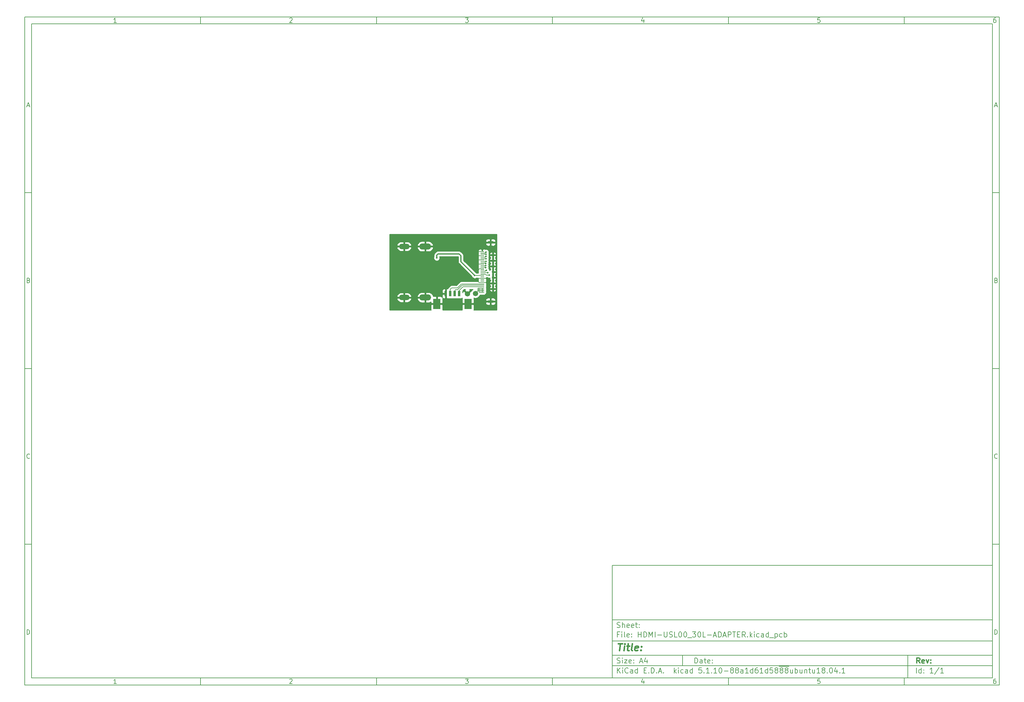
<source format=gbr>
%TF.GenerationSoftware,KiCad,Pcbnew,5.1.10-88a1d61d58~88~ubuntu18.04.1*%
%TF.CreationDate,2021-11-15T16:26:48+07:00*%
%TF.ProjectId,HDMI-USL00_30L-ADAPTER,48444d49-2d55-4534-9c30-305f33304c2d,rev?*%
%TF.SameCoordinates,Original*%
%TF.FileFunction,Copper,L2,Bot*%
%TF.FilePolarity,Positive*%
%FSLAX46Y46*%
G04 Gerber Fmt 4.6, Leading zero omitted, Abs format (unit mm)*
G04 Created by KiCad (PCBNEW 5.1.10-88a1d61d58~88~ubuntu18.04.1) date 2021-11-15 16:26:48*
%MOMM*%
%LPD*%
G01*
G04 APERTURE LIST*
%ADD10C,0.100000*%
%ADD11C,0.150000*%
%ADD12C,0.300000*%
%ADD13C,0.400000*%
%TA.AperFunction,ComponentPad*%
%ADD14C,1.500000*%
%TD*%
%TA.AperFunction,SMDPad,CuDef*%
%ADD15R,1.550000X0.800000*%
%TD*%
%TA.AperFunction,SMDPad,CuDef*%
%ADD16R,0.600000X0.500000*%
%TD*%
%TA.AperFunction,SMDPad,CuDef*%
%ADD17R,1.100000X0.200000*%
%TD*%
%TA.AperFunction,SMDPad,CuDef*%
%ADD18R,2.100000X3.000000*%
%TD*%
%TA.AperFunction,SMDPad,CuDef*%
%ADD19R,0.800000X1.600000*%
%TD*%
%TA.AperFunction,ComponentPad*%
%ADD20O,3.000000X1.500000*%
%TD*%
%TA.AperFunction,ComponentPad*%
%ADD21O,3.400000X1.700000*%
%TD*%
%TA.AperFunction,ViaPad*%
%ADD22C,0.500000*%
%TD*%
%TA.AperFunction,Conductor*%
%ADD23C,0.200000*%
%TD*%
%TA.AperFunction,Conductor*%
%ADD24C,0.199000*%
%TD*%
%TA.AperFunction,Conductor*%
%ADD25C,0.300000*%
%TD*%
%TA.AperFunction,Conductor*%
%ADD26C,0.127000*%
%TD*%
%TA.AperFunction,Conductor*%
%ADD27C,0.254000*%
%TD*%
%TA.AperFunction,Conductor*%
%ADD28C,0.100000*%
%TD*%
G04 APERTURE END LIST*
D10*
D11*
X177002200Y-166007200D02*
X177002200Y-198007200D01*
X285002200Y-198007200D01*
X285002200Y-166007200D01*
X177002200Y-166007200D01*
D10*
D11*
X10000000Y-10000000D02*
X10000000Y-200007200D01*
X287002200Y-200007200D01*
X287002200Y-10000000D01*
X10000000Y-10000000D01*
D10*
D11*
X12000000Y-12000000D02*
X12000000Y-198007200D01*
X285002200Y-198007200D01*
X285002200Y-12000000D01*
X12000000Y-12000000D01*
D10*
D11*
X60000000Y-12000000D02*
X60000000Y-10000000D01*
D10*
D11*
X110000000Y-12000000D02*
X110000000Y-10000000D01*
D10*
D11*
X160000000Y-12000000D02*
X160000000Y-10000000D01*
D10*
D11*
X210000000Y-12000000D02*
X210000000Y-10000000D01*
D10*
D11*
X260000000Y-12000000D02*
X260000000Y-10000000D01*
D10*
D11*
X36065476Y-11588095D02*
X35322619Y-11588095D01*
X35694047Y-11588095D02*
X35694047Y-10288095D01*
X35570238Y-10473809D01*
X35446428Y-10597619D01*
X35322619Y-10659523D01*
D10*
D11*
X85322619Y-10411904D02*
X85384523Y-10350000D01*
X85508333Y-10288095D01*
X85817857Y-10288095D01*
X85941666Y-10350000D01*
X86003571Y-10411904D01*
X86065476Y-10535714D01*
X86065476Y-10659523D01*
X86003571Y-10845238D01*
X85260714Y-11588095D01*
X86065476Y-11588095D01*
D10*
D11*
X135260714Y-10288095D02*
X136065476Y-10288095D01*
X135632142Y-10783333D01*
X135817857Y-10783333D01*
X135941666Y-10845238D01*
X136003571Y-10907142D01*
X136065476Y-11030952D01*
X136065476Y-11340476D01*
X136003571Y-11464285D01*
X135941666Y-11526190D01*
X135817857Y-11588095D01*
X135446428Y-11588095D01*
X135322619Y-11526190D01*
X135260714Y-11464285D01*
D10*
D11*
X185941666Y-10721428D02*
X185941666Y-11588095D01*
X185632142Y-10226190D02*
X185322619Y-11154761D01*
X186127380Y-11154761D01*
D10*
D11*
X236003571Y-10288095D02*
X235384523Y-10288095D01*
X235322619Y-10907142D01*
X235384523Y-10845238D01*
X235508333Y-10783333D01*
X235817857Y-10783333D01*
X235941666Y-10845238D01*
X236003571Y-10907142D01*
X236065476Y-11030952D01*
X236065476Y-11340476D01*
X236003571Y-11464285D01*
X235941666Y-11526190D01*
X235817857Y-11588095D01*
X235508333Y-11588095D01*
X235384523Y-11526190D01*
X235322619Y-11464285D01*
D10*
D11*
X285941666Y-10288095D02*
X285694047Y-10288095D01*
X285570238Y-10350000D01*
X285508333Y-10411904D01*
X285384523Y-10597619D01*
X285322619Y-10845238D01*
X285322619Y-11340476D01*
X285384523Y-11464285D01*
X285446428Y-11526190D01*
X285570238Y-11588095D01*
X285817857Y-11588095D01*
X285941666Y-11526190D01*
X286003571Y-11464285D01*
X286065476Y-11340476D01*
X286065476Y-11030952D01*
X286003571Y-10907142D01*
X285941666Y-10845238D01*
X285817857Y-10783333D01*
X285570238Y-10783333D01*
X285446428Y-10845238D01*
X285384523Y-10907142D01*
X285322619Y-11030952D01*
D10*
D11*
X60000000Y-198007200D02*
X60000000Y-200007200D01*
D10*
D11*
X110000000Y-198007200D02*
X110000000Y-200007200D01*
D10*
D11*
X160000000Y-198007200D02*
X160000000Y-200007200D01*
D10*
D11*
X210000000Y-198007200D02*
X210000000Y-200007200D01*
D10*
D11*
X260000000Y-198007200D02*
X260000000Y-200007200D01*
D10*
D11*
X36065476Y-199595295D02*
X35322619Y-199595295D01*
X35694047Y-199595295D02*
X35694047Y-198295295D01*
X35570238Y-198481009D01*
X35446428Y-198604819D01*
X35322619Y-198666723D01*
D10*
D11*
X85322619Y-198419104D02*
X85384523Y-198357200D01*
X85508333Y-198295295D01*
X85817857Y-198295295D01*
X85941666Y-198357200D01*
X86003571Y-198419104D01*
X86065476Y-198542914D01*
X86065476Y-198666723D01*
X86003571Y-198852438D01*
X85260714Y-199595295D01*
X86065476Y-199595295D01*
D10*
D11*
X135260714Y-198295295D02*
X136065476Y-198295295D01*
X135632142Y-198790533D01*
X135817857Y-198790533D01*
X135941666Y-198852438D01*
X136003571Y-198914342D01*
X136065476Y-199038152D01*
X136065476Y-199347676D01*
X136003571Y-199471485D01*
X135941666Y-199533390D01*
X135817857Y-199595295D01*
X135446428Y-199595295D01*
X135322619Y-199533390D01*
X135260714Y-199471485D01*
D10*
D11*
X185941666Y-198728628D02*
X185941666Y-199595295D01*
X185632142Y-198233390D02*
X185322619Y-199161961D01*
X186127380Y-199161961D01*
D10*
D11*
X236003571Y-198295295D02*
X235384523Y-198295295D01*
X235322619Y-198914342D01*
X235384523Y-198852438D01*
X235508333Y-198790533D01*
X235817857Y-198790533D01*
X235941666Y-198852438D01*
X236003571Y-198914342D01*
X236065476Y-199038152D01*
X236065476Y-199347676D01*
X236003571Y-199471485D01*
X235941666Y-199533390D01*
X235817857Y-199595295D01*
X235508333Y-199595295D01*
X235384523Y-199533390D01*
X235322619Y-199471485D01*
D10*
D11*
X285941666Y-198295295D02*
X285694047Y-198295295D01*
X285570238Y-198357200D01*
X285508333Y-198419104D01*
X285384523Y-198604819D01*
X285322619Y-198852438D01*
X285322619Y-199347676D01*
X285384523Y-199471485D01*
X285446428Y-199533390D01*
X285570238Y-199595295D01*
X285817857Y-199595295D01*
X285941666Y-199533390D01*
X286003571Y-199471485D01*
X286065476Y-199347676D01*
X286065476Y-199038152D01*
X286003571Y-198914342D01*
X285941666Y-198852438D01*
X285817857Y-198790533D01*
X285570238Y-198790533D01*
X285446428Y-198852438D01*
X285384523Y-198914342D01*
X285322619Y-199038152D01*
D10*
D11*
X10000000Y-60000000D02*
X12000000Y-60000000D01*
D10*
D11*
X10000000Y-110000000D02*
X12000000Y-110000000D01*
D10*
D11*
X10000000Y-160000000D02*
X12000000Y-160000000D01*
D10*
D11*
X10690476Y-35216666D02*
X11309523Y-35216666D01*
X10566666Y-35588095D02*
X11000000Y-34288095D01*
X11433333Y-35588095D01*
D10*
D11*
X11092857Y-84907142D02*
X11278571Y-84969047D01*
X11340476Y-85030952D01*
X11402380Y-85154761D01*
X11402380Y-85340476D01*
X11340476Y-85464285D01*
X11278571Y-85526190D01*
X11154761Y-85588095D01*
X10659523Y-85588095D01*
X10659523Y-84288095D01*
X11092857Y-84288095D01*
X11216666Y-84350000D01*
X11278571Y-84411904D01*
X11340476Y-84535714D01*
X11340476Y-84659523D01*
X11278571Y-84783333D01*
X11216666Y-84845238D01*
X11092857Y-84907142D01*
X10659523Y-84907142D01*
D10*
D11*
X11402380Y-135464285D02*
X11340476Y-135526190D01*
X11154761Y-135588095D01*
X11030952Y-135588095D01*
X10845238Y-135526190D01*
X10721428Y-135402380D01*
X10659523Y-135278571D01*
X10597619Y-135030952D01*
X10597619Y-134845238D01*
X10659523Y-134597619D01*
X10721428Y-134473809D01*
X10845238Y-134350000D01*
X11030952Y-134288095D01*
X11154761Y-134288095D01*
X11340476Y-134350000D01*
X11402380Y-134411904D01*
D10*
D11*
X10659523Y-185588095D02*
X10659523Y-184288095D01*
X10969047Y-184288095D01*
X11154761Y-184350000D01*
X11278571Y-184473809D01*
X11340476Y-184597619D01*
X11402380Y-184845238D01*
X11402380Y-185030952D01*
X11340476Y-185278571D01*
X11278571Y-185402380D01*
X11154761Y-185526190D01*
X10969047Y-185588095D01*
X10659523Y-185588095D01*
D10*
D11*
X287002200Y-60000000D02*
X285002200Y-60000000D01*
D10*
D11*
X287002200Y-110000000D02*
X285002200Y-110000000D01*
D10*
D11*
X287002200Y-160000000D02*
X285002200Y-160000000D01*
D10*
D11*
X285692676Y-35216666D02*
X286311723Y-35216666D01*
X285568866Y-35588095D02*
X286002200Y-34288095D01*
X286435533Y-35588095D01*
D10*
D11*
X286095057Y-84907142D02*
X286280771Y-84969047D01*
X286342676Y-85030952D01*
X286404580Y-85154761D01*
X286404580Y-85340476D01*
X286342676Y-85464285D01*
X286280771Y-85526190D01*
X286156961Y-85588095D01*
X285661723Y-85588095D01*
X285661723Y-84288095D01*
X286095057Y-84288095D01*
X286218866Y-84350000D01*
X286280771Y-84411904D01*
X286342676Y-84535714D01*
X286342676Y-84659523D01*
X286280771Y-84783333D01*
X286218866Y-84845238D01*
X286095057Y-84907142D01*
X285661723Y-84907142D01*
D10*
D11*
X286404580Y-135464285D02*
X286342676Y-135526190D01*
X286156961Y-135588095D01*
X286033152Y-135588095D01*
X285847438Y-135526190D01*
X285723628Y-135402380D01*
X285661723Y-135278571D01*
X285599819Y-135030952D01*
X285599819Y-134845238D01*
X285661723Y-134597619D01*
X285723628Y-134473809D01*
X285847438Y-134350000D01*
X286033152Y-134288095D01*
X286156961Y-134288095D01*
X286342676Y-134350000D01*
X286404580Y-134411904D01*
D10*
D11*
X285661723Y-185588095D02*
X285661723Y-184288095D01*
X285971247Y-184288095D01*
X286156961Y-184350000D01*
X286280771Y-184473809D01*
X286342676Y-184597619D01*
X286404580Y-184845238D01*
X286404580Y-185030952D01*
X286342676Y-185278571D01*
X286280771Y-185402380D01*
X286156961Y-185526190D01*
X285971247Y-185588095D01*
X285661723Y-185588095D01*
D10*
D11*
X200434342Y-193785771D02*
X200434342Y-192285771D01*
X200791485Y-192285771D01*
X201005771Y-192357200D01*
X201148628Y-192500057D01*
X201220057Y-192642914D01*
X201291485Y-192928628D01*
X201291485Y-193142914D01*
X201220057Y-193428628D01*
X201148628Y-193571485D01*
X201005771Y-193714342D01*
X200791485Y-193785771D01*
X200434342Y-193785771D01*
X202577200Y-193785771D02*
X202577200Y-193000057D01*
X202505771Y-192857200D01*
X202362914Y-192785771D01*
X202077200Y-192785771D01*
X201934342Y-192857200D01*
X202577200Y-193714342D02*
X202434342Y-193785771D01*
X202077200Y-193785771D01*
X201934342Y-193714342D01*
X201862914Y-193571485D01*
X201862914Y-193428628D01*
X201934342Y-193285771D01*
X202077200Y-193214342D01*
X202434342Y-193214342D01*
X202577200Y-193142914D01*
X203077200Y-192785771D02*
X203648628Y-192785771D01*
X203291485Y-192285771D02*
X203291485Y-193571485D01*
X203362914Y-193714342D01*
X203505771Y-193785771D01*
X203648628Y-193785771D01*
X204720057Y-193714342D02*
X204577200Y-193785771D01*
X204291485Y-193785771D01*
X204148628Y-193714342D01*
X204077200Y-193571485D01*
X204077200Y-193000057D01*
X204148628Y-192857200D01*
X204291485Y-192785771D01*
X204577200Y-192785771D01*
X204720057Y-192857200D01*
X204791485Y-193000057D01*
X204791485Y-193142914D01*
X204077200Y-193285771D01*
X205434342Y-193642914D02*
X205505771Y-193714342D01*
X205434342Y-193785771D01*
X205362914Y-193714342D01*
X205434342Y-193642914D01*
X205434342Y-193785771D01*
X205434342Y-192857200D02*
X205505771Y-192928628D01*
X205434342Y-193000057D01*
X205362914Y-192928628D01*
X205434342Y-192857200D01*
X205434342Y-193000057D01*
D10*
D11*
X177002200Y-194507200D02*
X285002200Y-194507200D01*
D10*
D11*
X178434342Y-196585771D02*
X178434342Y-195085771D01*
X179291485Y-196585771D02*
X178648628Y-195728628D01*
X179291485Y-195085771D02*
X178434342Y-195942914D01*
X179934342Y-196585771D02*
X179934342Y-195585771D01*
X179934342Y-195085771D02*
X179862914Y-195157200D01*
X179934342Y-195228628D01*
X180005771Y-195157200D01*
X179934342Y-195085771D01*
X179934342Y-195228628D01*
X181505771Y-196442914D02*
X181434342Y-196514342D01*
X181220057Y-196585771D01*
X181077200Y-196585771D01*
X180862914Y-196514342D01*
X180720057Y-196371485D01*
X180648628Y-196228628D01*
X180577200Y-195942914D01*
X180577200Y-195728628D01*
X180648628Y-195442914D01*
X180720057Y-195300057D01*
X180862914Y-195157200D01*
X181077200Y-195085771D01*
X181220057Y-195085771D01*
X181434342Y-195157200D01*
X181505771Y-195228628D01*
X182791485Y-196585771D02*
X182791485Y-195800057D01*
X182720057Y-195657200D01*
X182577200Y-195585771D01*
X182291485Y-195585771D01*
X182148628Y-195657200D01*
X182791485Y-196514342D02*
X182648628Y-196585771D01*
X182291485Y-196585771D01*
X182148628Y-196514342D01*
X182077200Y-196371485D01*
X182077200Y-196228628D01*
X182148628Y-196085771D01*
X182291485Y-196014342D01*
X182648628Y-196014342D01*
X182791485Y-195942914D01*
X184148628Y-196585771D02*
X184148628Y-195085771D01*
X184148628Y-196514342D02*
X184005771Y-196585771D01*
X183720057Y-196585771D01*
X183577200Y-196514342D01*
X183505771Y-196442914D01*
X183434342Y-196300057D01*
X183434342Y-195871485D01*
X183505771Y-195728628D01*
X183577200Y-195657200D01*
X183720057Y-195585771D01*
X184005771Y-195585771D01*
X184148628Y-195657200D01*
X186005771Y-195800057D02*
X186505771Y-195800057D01*
X186720057Y-196585771D02*
X186005771Y-196585771D01*
X186005771Y-195085771D01*
X186720057Y-195085771D01*
X187362914Y-196442914D02*
X187434342Y-196514342D01*
X187362914Y-196585771D01*
X187291485Y-196514342D01*
X187362914Y-196442914D01*
X187362914Y-196585771D01*
X188077200Y-196585771D02*
X188077200Y-195085771D01*
X188434342Y-195085771D01*
X188648628Y-195157200D01*
X188791485Y-195300057D01*
X188862914Y-195442914D01*
X188934342Y-195728628D01*
X188934342Y-195942914D01*
X188862914Y-196228628D01*
X188791485Y-196371485D01*
X188648628Y-196514342D01*
X188434342Y-196585771D01*
X188077200Y-196585771D01*
X189577200Y-196442914D02*
X189648628Y-196514342D01*
X189577200Y-196585771D01*
X189505771Y-196514342D01*
X189577200Y-196442914D01*
X189577200Y-196585771D01*
X190220057Y-196157200D02*
X190934342Y-196157200D01*
X190077200Y-196585771D02*
X190577200Y-195085771D01*
X191077200Y-196585771D01*
X191577200Y-196442914D02*
X191648628Y-196514342D01*
X191577200Y-196585771D01*
X191505771Y-196514342D01*
X191577200Y-196442914D01*
X191577200Y-196585771D01*
X194577200Y-196585771D02*
X194577200Y-195085771D01*
X194720057Y-196014342D02*
X195148628Y-196585771D01*
X195148628Y-195585771D02*
X194577200Y-196157200D01*
X195791485Y-196585771D02*
X195791485Y-195585771D01*
X195791485Y-195085771D02*
X195720057Y-195157200D01*
X195791485Y-195228628D01*
X195862914Y-195157200D01*
X195791485Y-195085771D01*
X195791485Y-195228628D01*
X197148628Y-196514342D02*
X197005771Y-196585771D01*
X196720057Y-196585771D01*
X196577200Y-196514342D01*
X196505771Y-196442914D01*
X196434342Y-196300057D01*
X196434342Y-195871485D01*
X196505771Y-195728628D01*
X196577200Y-195657200D01*
X196720057Y-195585771D01*
X197005771Y-195585771D01*
X197148628Y-195657200D01*
X198434342Y-196585771D02*
X198434342Y-195800057D01*
X198362914Y-195657200D01*
X198220057Y-195585771D01*
X197934342Y-195585771D01*
X197791485Y-195657200D01*
X198434342Y-196514342D02*
X198291485Y-196585771D01*
X197934342Y-196585771D01*
X197791485Y-196514342D01*
X197720057Y-196371485D01*
X197720057Y-196228628D01*
X197791485Y-196085771D01*
X197934342Y-196014342D01*
X198291485Y-196014342D01*
X198434342Y-195942914D01*
X199791485Y-196585771D02*
X199791485Y-195085771D01*
X199791485Y-196514342D02*
X199648628Y-196585771D01*
X199362914Y-196585771D01*
X199220057Y-196514342D01*
X199148628Y-196442914D01*
X199077200Y-196300057D01*
X199077200Y-195871485D01*
X199148628Y-195728628D01*
X199220057Y-195657200D01*
X199362914Y-195585771D01*
X199648628Y-195585771D01*
X199791485Y-195657200D01*
X202362914Y-195085771D02*
X201648628Y-195085771D01*
X201577200Y-195800057D01*
X201648628Y-195728628D01*
X201791485Y-195657200D01*
X202148628Y-195657200D01*
X202291485Y-195728628D01*
X202362914Y-195800057D01*
X202434342Y-195942914D01*
X202434342Y-196300057D01*
X202362914Y-196442914D01*
X202291485Y-196514342D01*
X202148628Y-196585771D01*
X201791485Y-196585771D01*
X201648628Y-196514342D01*
X201577200Y-196442914D01*
X203077200Y-196442914D02*
X203148628Y-196514342D01*
X203077200Y-196585771D01*
X203005771Y-196514342D01*
X203077200Y-196442914D01*
X203077200Y-196585771D01*
X204577200Y-196585771D02*
X203720057Y-196585771D01*
X204148628Y-196585771D02*
X204148628Y-195085771D01*
X204005771Y-195300057D01*
X203862914Y-195442914D01*
X203720057Y-195514342D01*
X205220057Y-196442914D02*
X205291485Y-196514342D01*
X205220057Y-196585771D01*
X205148628Y-196514342D01*
X205220057Y-196442914D01*
X205220057Y-196585771D01*
X206720057Y-196585771D02*
X205862914Y-196585771D01*
X206291485Y-196585771D02*
X206291485Y-195085771D01*
X206148628Y-195300057D01*
X206005771Y-195442914D01*
X205862914Y-195514342D01*
X207648628Y-195085771D02*
X207791485Y-195085771D01*
X207934342Y-195157200D01*
X208005771Y-195228628D01*
X208077200Y-195371485D01*
X208148628Y-195657200D01*
X208148628Y-196014342D01*
X208077200Y-196300057D01*
X208005771Y-196442914D01*
X207934342Y-196514342D01*
X207791485Y-196585771D01*
X207648628Y-196585771D01*
X207505771Y-196514342D01*
X207434342Y-196442914D01*
X207362914Y-196300057D01*
X207291485Y-196014342D01*
X207291485Y-195657200D01*
X207362914Y-195371485D01*
X207434342Y-195228628D01*
X207505771Y-195157200D01*
X207648628Y-195085771D01*
X208791485Y-196014342D02*
X209934342Y-196014342D01*
X210862914Y-195728628D02*
X210720057Y-195657200D01*
X210648628Y-195585771D01*
X210577200Y-195442914D01*
X210577200Y-195371485D01*
X210648628Y-195228628D01*
X210720057Y-195157200D01*
X210862914Y-195085771D01*
X211148628Y-195085771D01*
X211291485Y-195157200D01*
X211362914Y-195228628D01*
X211434342Y-195371485D01*
X211434342Y-195442914D01*
X211362914Y-195585771D01*
X211291485Y-195657200D01*
X211148628Y-195728628D01*
X210862914Y-195728628D01*
X210720057Y-195800057D01*
X210648628Y-195871485D01*
X210577200Y-196014342D01*
X210577200Y-196300057D01*
X210648628Y-196442914D01*
X210720057Y-196514342D01*
X210862914Y-196585771D01*
X211148628Y-196585771D01*
X211291485Y-196514342D01*
X211362914Y-196442914D01*
X211434342Y-196300057D01*
X211434342Y-196014342D01*
X211362914Y-195871485D01*
X211291485Y-195800057D01*
X211148628Y-195728628D01*
X212291485Y-195728628D02*
X212148628Y-195657200D01*
X212077200Y-195585771D01*
X212005771Y-195442914D01*
X212005771Y-195371485D01*
X212077200Y-195228628D01*
X212148628Y-195157200D01*
X212291485Y-195085771D01*
X212577200Y-195085771D01*
X212720057Y-195157200D01*
X212791485Y-195228628D01*
X212862914Y-195371485D01*
X212862914Y-195442914D01*
X212791485Y-195585771D01*
X212720057Y-195657200D01*
X212577200Y-195728628D01*
X212291485Y-195728628D01*
X212148628Y-195800057D01*
X212077200Y-195871485D01*
X212005771Y-196014342D01*
X212005771Y-196300057D01*
X212077200Y-196442914D01*
X212148628Y-196514342D01*
X212291485Y-196585771D01*
X212577200Y-196585771D01*
X212720057Y-196514342D01*
X212791485Y-196442914D01*
X212862914Y-196300057D01*
X212862914Y-196014342D01*
X212791485Y-195871485D01*
X212720057Y-195800057D01*
X212577200Y-195728628D01*
X214148628Y-196585771D02*
X214148628Y-195800057D01*
X214077200Y-195657200D01*
X213934342Y-195585771D01*
X213648628Y-195585771D01*
X213505771Y-195657200D01*
X214148628Y-196514342D02*
X214005771Y-196585771D01*
X213648628Y-196585771D01*
X213505771Y-196514342D01*
X213434342Y-196371485D01*
X213434342Y-196228628D01*
X213505771Y-196085771D01*
X213648628Y-196014342D01*
X214005771Y-196014342D01*
X214148628Y-195942914D01*
X215648628Y-196585771D02*
X214791485Y-196585771D01*
X215220057Y-196585771D02*
X215220057Y-195085771D01*
X215077200Y-195300057D01*
X214934342Y-195442914D01*
X214791485Y-195514342D01*
X216934342Y-196585771D02*
X216934342Y-195085771D01*
X216934342Y-196514342D02*
X216791485Y-196585771D01*
X216505771Y-196585771D01*
X216362914Y-196514342D01*
X216291485Y-196442914D01*
X216220057Y-196300057D01*
X216220057Y-195871485D01*
X216291485Y-195728628D01*
X216362914Y-195657200D01*
X216505771Y-195585771D01*
X216791485Y-195585771D01*
X216934342Y-195657200D01*
X218291485Y-195085771D02*
X218005771Y-195085771D01*
X217862914Y-195157200D01*
X217791485Y-195228628D01*
X217648628Y-195442914D01*
X217577200Y-195728628D01*
X217577200Y-196300057D01*
X217648628Y-196442914D01*
X217720057Y-196514342D01*
X217862914Y-196585771D01*
X218148628Y-196585771D01*
X218291485Y-196514342D01*
X218362914Y-196442914D01*
X218434342Y-196300057D01*
X218434342Y-195942914D01*
X218362914Y-195800057D01*
X218291485Y-195728628D01*
X218148628Y-195657200D01*
X217862914Y-195657200D01*
X217720057Y-195728628D01*
X217648628Y-195800057D01*
X217577200Y-195942914D01*
X219862914Y-196585771D02*
X219005771Y-196585771D01*
X219434342Y-196585771D02*
X219434342Y-195085771D01*
X219291485Y-195300057D01*
X219148628Y-195442914D01*
X219005771Y-195514342D01*
X221148628Y-196585771D02*
X221148628Y-195085771D01*
X221148628Y-196514342D02*
X221005771Y-196585771D01*
X220720057Y-196585771D01*
X220577200Y-196514342D01*
X220505771Y-196442914D01*
X220434342Y-196300057D01*
X220434342Y-195871485D01*
X220505771Y-195728628D01*
X220577200Y-195657200D01*
X220720057Y-195585771D01*
X221005771Y-195585771D01*
X221148628Y-195657200D01*
X222577200Y-195085771D02*
X221862914Y-195085771D01*
X221791485Y-195800057D01*
X221862914Y-195728628D01*
X222005771Y-195657200D01*
X222362914Y-195657200D01*
X222505771Y-195728628D01*
X222577200Y-195800057D01*
X222648628Y-195942914D01*
X222648628Y-196300057D01*
X222577200Y-196442914D01*
X222505771Y-196514342D01*
X222362914Y-196585771D01*
X222005771Y-196585771D01*
X221862914Y-196514342D01*
X221791485Y-196442914D01*
X223505771Y-195728628D02*
X223362914Y-195657200D01*
X223291485Y-195585771D01*
X223220057Y-195442914D01*
X223220057Y-195371485D01*
X223291485Y-195228628D01*
X223362914Y-195157200D01*
X223505771Y-195085771D01*
X223791485Y-195085771D01*
X223934342Y-195157200D01*
X224005771Y-195228628D01*
X224077200Y-195371485D01*
X224077200Y-195442914D01*
X224005771Y-195585771D01*
X223934342Y-195657200D01*
X223791485Y-195728628D01*
X223505771Y-195728628D01*
X223362914Y-195800057D01*
X223291485Y-195871485D01*
X223220057Y-196014342D01*
X223220057Y-196300057D01*
X223291485Y-196442914D01*
X223362914Y-196514342D01*
X223505771Y-196585771D01*
X223791485Y-196585771D01*
X223934342Y-196514342D01*
X224005771Y-196442914D01*
X224077200Y-196300057D01*
X224077200Y-196014342D01*
X224005771Y-195871485D01*
X223934342Y-195800057D01*
X223791485Y-195728628D01*
X224362914Y-194677200D02*
X225791485Y-194677200D01*
X224934342Y-195728628D02*
X224791485Y-195657200D01*
X224720057Y-195585771D01*
X224648628Y-195442914D01*
X224648628Y-195371485D01*
X224720057Y-195228628D01*
X224791485Y-195157200D01*
X224934342Y-195085771D01*
X225220057Y-195085771D01*
X225362914Y-195157200D01*
X225434342Y-195228628D01*
X225505771Y-195371485D01*
X225505771Y-195442914D01*
X225434342Y-195585771D01*
X225362914Y-195657200D01*
X225220057Y-195728628D01*
X224934342Y-195728628D01*
X224791485Y-195800057D01*
X224720057Y-195871485D01*
X224648628Y-196014342D01*
X224648628Y-196300057D01*
X224720057Y-196442914D01*
X224791485Y-196514342D01*
X224934342Y-196585771D01*
X225220057Y-196585771D01*
X225362914Y-196514342D01*
X225434342Y-196442914D01*
X225505771Y-196300057D01*
X225505771Y-196014342D01*
X225434342Y-195871485D01*
X225362914Y-195800057D01*
X225220057Y-195728628D01*
X225791485Y-194677200D02*
X227220057Y-194677200D01*
X226362914Y-195728628D02*
X226220057Y-195657200D01*
X226148628Y-195585771D01*
X226077199Y-195442914D01*
X226077199Y-195371485D01*
X226148628Y-195228628D01*
X226220057Y-195157200D01*
X226362914Y-195085771D01*
X226648628Y-195085771D01*
X226791485Y-195157200D01*
X226862914Y-195228628D01*
X226934342Y-195371485D01*
X226934342Y-195442914D01*
X226862914Y-195585771D01*
X226791485Y-195657200D01*
X226648628Y-195728628D01*
X226362914Y-195728628D01*
X226220057Y-195800057D01*
X226148628Y-195871485D01*
X226077199Y-196014342D01*
X226077199Y-196300057D01*
X226148628Y-196442914D01*
X226220057Y-196514342D01*
X226362914Y-196585771D01*
X226648628Y-196585771D01*
X226791485Y-196514342D01*
X226862914Y-196442914D01*
X226934342Y-196300057D01*
X226934342Y-196014342D01*
X226862914Y-195871485D01*
X226791485Y-195800057D01*
X226648628Y-195728628D01*
X228220057Y-195585771D02*
X228220057Y-196585771D01*
X227577199Y-195585771D02*
X227577199Y-196371485D01*
X227648628Y-196514342D01*
X227791485Y-196585771D01*
X228005771Y-196585771D01*
X228148628Y-196514342D01*
X228220057Y-196442914D01*
X228934342Y-196585771D02*
X228934342Y-195085771D01*
X228934342Y-195657200D02*
X229077199Y-195585771D01*
X229362914Y-195585771D01*
X229505771Y-195657200D01*
X229577199Y-195728628D01*
X229648628Y-195871485D01*
X229648628Y-196300057D01*
X229577199Y-196442914D01*
X229505771Y-196514342D01*
X229362914Y-196585771D01*
X229077199Y-196585771D01*
X228934342Y-196514342D01*
X230934342Y-195585771D02*
X230934342Y-196585771D01*
X230291485Y-195585771D02*
X230291485Y-196371485D01*
X230362914Y-196514342D01*
X230505771Y-196585771D01*
X230720057Y-196585771D01*
X230862914Y-196514342D01*
X230934342Y-196442914D01*
X231648628Y-195585771D02*
X231648628Y-196585771D01*
X231648628Y-195728628D02*
X231720057Y-195657200D01*
X231862914Y-195585771D01*
X232077199Y-195585771D01*
X232220057Y-195657200D01*
X232291485Y-195800057D01*
X232291485Y-196585771D01*
X232791485Y-195585771D02*
X233362914Y-195585771D01*
X233005771Y-195085771D02*
X233005771Y-196371485D01*
X233077199Y-196514342D01*
X233220057Y-196585771D01*
X233362914Y-196585771D01*
X234505771Y-195585771D02*
X234505771Y-196585771D01*
X233862914Y-195585771D02*
X233862914Y-196371485D01*
X233934342Y-196514342D01*
X234077200Y-196585771D01*
X234291485Y-196585771D01*
X234434342Y-196514342D01*
X234505771Y-196442914D01*
X236005771Y-196585771D02*
X235148628Y-196585771D01*
X235577200Y-196585771D02*
X235577200Y-195085771D01*
X235434342Y-195300057D01*
X235291485Y-195442914D01*
X235148628Y-195514342D01*
X236862914Y-195728628D02*
X236720057Y-195657200D01*
X236648628Y-195585771D01*
X236577199Y-195442914D01*
X236577199Y-195371485D01*
X236648628Y-195228628D01*
X236720057Y-195157200D01*
X236862914Y-195085771D01*
X237148628Y-195085771D01*
X237291485Y-195157200D01*
X237362914Y-195228628D01*
X237434342Y-195371485D01*
X237434342Y-195442914D01*
X237362914Y-195585771D01*
X237291485Y-195657200D01*
X237148628Y-195728628D01*
X236862914Y-195728628D01*
X236720057Y-195800057D01*
X236648628Y-195871485D01*
X236577199Y-196014342D01*
X236577199Y-196300057D01*
X236648628Y-196442914D01*
X236720057Y-196514342D01*
X236862914Y-196585771D01*
X237148628Y-196585771D01*
X237291485Y-196514342D01*
X237362914Y-196442914D01*
X237434342Y-196300057D01*
X237434342Y-196014342D01*
X237362914Y-195871485D01*
X237291485Y-195800057D01*
X237148628Y-195728628D01*
X238077199Y-196442914D02*
X238148628Y-196514342D01*
X238077199Y-196585771D01*
X238005771Y-196514342D01*
X238077199Y-196442914D01*
X238077199Y-196585771D01*
X239077199Y-195085771D02*
X239220057Y-195085771D01*
X239362914Y-195157200D01*
X239434342Y-195228628D01*
X239505771Y-195371485D01*
X239577199Y-195657200D01*
X239577199Y-196014342D01*
X239505771Y-196300057D01*
X239434342Y-196442914D01*
X239362914Y-196514342D01*
X239220057Y-196585771D01*
X239077199Y-196585771D01*
X238934342Y-196514342D01*
X238862914Y-196442914D01*
X238791485Y-196300057D01*
X238720057Y-196014342D01*
X238720057Y-195657200D01*
X238791485Y-195371485D01*
X238862914Y-195228628D01*
X238934342Y-195157200D01*
X239077199Y-195085771D01*
X240862914Y-195585771D02*
X240862914Y-196585771D01*
X240505771Y-195014342D02*
X240148628Y-196085771D01*
X241077199Y-196085771D01*
X241648628Y-196442914D02*
X241720057Y-196514342D01*
X241648628Y-196585771D01*
X241577199Y-196514342D01*
X241648628Y-196442914D01*
X241648628Y-196585771D01*
X243148628Y-196585771D02*
X242291485Y-196585771D01*
X242720057Y-196585771D02*
X242720057Y-195085771D01*
X242577199Y-195300057D01*
X242434342Y-195442914D01*
X242291485Y-195514342D01*
D10*
D11*
X177002200Y-191507200D02*
X285002200Y-191507200D01*
D10*
D12*
X264411485Y-193785771D02*
X263911485Y-193071485D01*
X263554342Y-193785771D02*
X263554342Y-192285771D01*
X264125771Y-192285771D01*
X264268628Y-192357200D01*
X264340057Y-192428628D01*
X264411485Y-192571485D01*
X264411485Y-192785771D01*
X264340057Y-192928628D01*
X264268628Y-193000057D01*
X264125771Y-193071485D01*
X263554342Y-193071485D01*
X265625771Y-193714342D02*
X265482914Y-193785771D01*
X265197200Y-193785771D01*
X265054342Y-193714342D01*
X264982914Y-193571485D01*
X264982914Y-193000057D01*
X265054342Y-192857200D01*
X265197200Y-192785771D01*
X265482914Y-192785771D01*
X265625771Y-192857200D01*
X265697200Y-193000057D01*
X265697200Y-193142914D01*
X264982914Y-193285771D01*
X266197200Y-192785771D02*
X266554342Y-193785771D01*
X266911485Y-192785771D01*
X267482914Y-193642914D02*
X267554342Y-193714342D01*
X267482914Y-193785771D01*
X267411485Y-193714342D01*
X267482914Y-193642914D01*
X267482914Y-193785771D01*
X267482914Y-192857200D02*
X267554342Y-192928628D01*
X267482914Y-193000057D01*
X267411485Y-192928628D01*
X267482914Y-192857200D01*
X267482914Y-193000057D01*
D10*
D11*
X178362914Y-193714342D02*
X178577200Y-193785771D01*
X178934342Y-193785771D01*
X179077200Y-193714342D01*
X179148628Y-193642914D01*
X179220057Y-193500057D01*
X179220057Y-193357200D01*
X179148628Y-193214342D01*
X179077200Y-193142914D01*
X178934342Y-193071485D01*
X178648628Y-193000057D01*
X178505771Y-192928628D01*
X178434342Y-192857200D01*
X178362914Y-192714342D01*
X178362914Y-192571485D01*
X178434342Y-192428628D01*
X178505771Y-192357200D01*
X178648628Y-192285771D01*
X179005771Y-192285771D01*
X179220057Y-192357200D01*
X179862914Y-193785771D02*
X179862914Y-192785771D01*
X179862914Y-192285771D02*
X179791485Y-192357200D01*
X179862914Y-192428628D01*
X179934342Y-192357200D01*
X179862914Y-192285771D01*
X179862914Y-192428628D01*
X180434342Y-192785771D02*
X181220057Y-192785771D01*
X180434342Y-193785771D01*
X181220057Y-193785771D01*
X182362914Y-193714342D02*
X182220057Y-193785771D01*
X181934342Y-193785771D01*
X181791485Y-193714342D01*
X181720057Y-193571485D01*
X181720057Y-193000057D01*
X181791485Y-192857200D01*
X181934342Y-192785771D01*
X182220057Y-192785771D01*
X182362914Y-192857200D01*
X182434342Y-193000057D01*
X182434342Y-193142914D01*
X181720057Y-193285771D01*
X183077200Y-193642914D02*
X183148628Y-193714342D01*
X183077200Y-193785771D01*
X183005771Y-193714342D01*
X183077200Y-193642914D01*
X183077200Y-193785771D01*
X183077200Y-192857200D02*
X183148628Y-192928628D01*
X183077200Y-193000057D01*
X183005771Y-192928628D01*
X183077200Y-192857200D01*
X183077200Y-193000057D01*
X184862914Y-193357200D02*
X185577200Y-193357200D01*
X184720057Y-193785771D02*
X185220057Y-192285771D01*
X185720057Y-193785771D01*
X186862914Y-192785771D02*
X186862914Y-193785771D01*
X186505771Y-192214342D02*
X186148628Y-193285771D01*
X187077200Y-193285771D01*
D10*
D11*
X263434342Y-196585771D02*
X263434342Y-195085771D01*
X264791485Y-196585771D02*
X264791485Y-195085771D01*
X264791485Y-196514342D02*
X264648628Y-196585771D01*
X264362914Y-196585771D01*
X264220057Y-196514342D01*
X264148628Y-196442914D01*
X264077200Y-196300057D01*
X264077200Y-195871485D01*
X264148628Y-195728628D01*
X264220057Y-195657200D01*
X264362914Y-195585771D01*
X264648628Y-195585771D01*
X264791485Y-195657200D01*
X265505771Y-196442914D02*
X265577200Y-196514342D01*
X265505771Y-196585771D01*
X265434342Y-196514342D01*
X265505771Y-196442914D01*
X265505771Y-196585771D01*
X265505771Y-195657200D02*
X265577200Y-195728628D01*
X265505771Y-195800057D01*
X265434342Y-195728628D01*
X265505771Y-195657200D01*
X265505771Y-195800057D01*
X268148628Y-196585771D02*
X267291485Y-196585771D01*
X267720057Y-196585771D02*
X267720057Y-195085771D01*
X267577200Y-195300057D01*
X267434342Y-195442914D01*
X267291485Y-195514342D01*
X269862914Y-195014342D02*
X268577200Y-196942914D01*
X271148628Y-196585771D02*
X270291485Y-196585771D01*
X270720057Y-196585771D02*
X270720057Y-195085771D01*
X270577200Y-195300057D01*
X270434342Y-195442914D01*
X270291485Y-195514342D01*
D10*
D11*
X177002200Y-187507200D02*
X285002200Y-187507200D01*
D10*
D13*
X178714580Y-188211961D02*
X179857438Y-188211961D01*
X179036009Y-190211961D02*
X179286009Y-188211961D01*
X180274104Y-190211961D02*
X180440771Y-188878628D01*
X180524104Y-188211961D02*
X180416961Y-188307200D01*
X180500295Y-188402438D01*
X180607438Y-188307200D01*
X180524104Y-188211961D01*
X180500295Y-188402438D01*
X181107438Y-188878628D02*
X181869342Y-188878628D01*
X181476485Y-188211961D02*
X181262200Y-189926247D01*
X181333628Y-190116723D01*
X181512200Y-190211961D01*
X181702676Y-190211961D01*
X182655057Y-190211961D02*
X182476485Y-190116723D01*
X182405057Y-189926247D01*
X182619342Y-188211961D01*
X184190771Y-190116723D02*
X183988390Y-190211961D01*
X183607438Y-190211961D01*
X183428866Y-190116723D01*
X183357438Y-189926247D01*
X183452676Y-189164342D01*
X183571723Y-188973866D01*
X183774104Y-188878628D01*
X184155057Y-188878628D01*
X184333628Y-188973866D01*
X184405057Y-189164342D01*
X184381247Y-189354819D01*
X183405057Y-189545295D01*
X185155057Y-190021485D02*
X185238390Y-190116723D01*
X185131247Y-190211961D01*
X185047914Y-190116723D01*
X185155057Y-190021485D01*
X185131247Y-190211961D01*
X185286009Y-188973866D02*
X185369342Y-189069104D01*
X185262200Y-189164342D01*
X185178866Y-189069104D01*
X185286009Y-188973866D01*
X185262200Y-189164342D01*
D10*
D11*
X178934342Y-185600057D02*
X178434342Y-185600057D01*
X178434342Y-186385771D02*
X178434342Y-184885771D01*
X179148628Y-184885771D01*
X179720057Y-186385771D02*
X179720057Y-185385771D01*
X179720057Y-184885771D02*
X179648628Y-184957200D01*
X179720057Y-185028628D01*
X179791485Y-184957200D01*
X179720057Y-184885771D01*
X179720057Y-185028628D01*
X180648628Y-186385771D02*
X180505771Y-186314342D01*
X180434342Y-186171485D01*
X180434342Y-184885771D01*
X181791485Y-186314342D02*
X181648628Y-186385771D01*
X181362914Y-186385771D01*
X181220057Y-186314342D01*
X181148628Y-186171485D01*
X181148628Y-185600057D01*
X181220057Y-185457200D01*
X181362914Y-185385771D01*
X181648628Y-185385771D01*
X181791485Y-185457200D01*
X181862914Y-185600057D01*
X181862914Y-185742914D01*
X181148628Y-185885771D01*
X182505771Y-186242914D02*
X182577200Y-186314342D01*
X182505771Y-186385771D01*
X182434342Y-186314342D01*
X182505771Y-186242914D01*
X182505771Y-186385771D01*
X182505771Y-185457200D02*
X182577200Y-185528628D01*
X182505771Y-185600057D01*
X182434342Y-185528628D01*
X182505771Y-185457200D01*
X182505771Y-185600057D01*
X184362914Y-186385771D02*
X184362914Y-184885771D01*
X184362914Y-185600057D02*
X185220057Y-185600057D01*
X185220057Y-186385771D02*
X185220057Y-184885771D01*
X185934342Y-186385771D02*
X185934342Y-184885771D01*
X186291485Y-184885771D01*
X186505771Y-184957200D01*
X186648628Y-185100057D01*
X186720057Y-185242914D01*
X186791485Y-185528628D01*
X186791485Y-185742914D01*
X186720057Y-186028628D01*
X186648628Y-186171485D01*
X186505771Y-186314342D01*
X186291485Y-186385771D01*
X185934342Y-186385771D01*
X187434342Y-186385771D02*
X187434342Y-184885771D01*
X187934342Y-185957200D01*
X188434342Y-184885771D01*
X188434342Y-186385771D01*
X189148628Y-186385771D02*
X189148628Y-184885771D01*
X189862914Y-185814342D02*
X191005771Y-185814342D01*
X191720057Y-184885771D02*
X191720057Y-186100057D01*
X191791485Y-186242914D01*
X191862914Y-186314342D01*
X192005771Y-186385771D01*
X192291485Y-186385771D01*
X192434342Y-186314342D01*
X192505771Y-186242914D01*
X192577200Y-186100057D01*
X192577200Y-184885771D01*
X193220057Y-186314342D02*
X193434342Y-186385771D01*
X193791485Y-186385771D01*
X193934342Y-186314342D01*
X194005771Y-186242914D01*
X194077200Y-186100057D01*
X194077200Y-185957200D01*
X194005771Y-185814342D01*
X193934342Y-185742914D01*
X193791485Y-185671485D01*
X193505771Y-185600057D01*
X193362914Y-185528628D01*
X193291485Y-185457200D01*
X193220057Y-185314342D01*
X193220057Y-185171485D01*
X193291485Y-185028628D01*
X193362914Y-184957200D01*
X193505771Y-184885771D01*
X193862914Y-184885771D01*
X194077200Y-184957200D01*
X195434342Y-186385771D02*
X194720057Y-186385771D01*
X194720057Y-184885771D01*
X196220057Y-184885771D02*
X196362914Y-184885771D01*
X196505771Y-184957200D01*
X196577200Y-185028628D01*
X196648628Y-185171485D01*
X196720057Y-185457200D01*
X196720057Y-185814342D01*
X196648628Y-186100057D01*
X196577200Y-186242914D01*
X196505771Y-186314342D01*
X196362914Y-186385771D01*
X196220057Y-186385771D01*
X196077200Y-186314342D01*
X196005771Y-186242914D01*
X195934342Y-186100057D01*
X195862914Y-185814342D01*
X195862914Y-185457200D01*
X195934342Y-185171485D01*
X196005771Y-185028628D01*
X196077200Y-184957200D01*
X196220057Y-184885771D01*
X197648628Y-184885771D02*
X197791485Y-184885771D01*
X197934342Y-184957200D01*
X198005771Y-185028628D01*
X198077200Y-185171485D01*
X198148628Y-185457200D01*
X198148628Y-185814342D01*
X198077200Y-186100057D01*
X198005771Y-186242914D01*
X197934342Y-186314342D01*
X197791485Y-186385771D01*
X197648628Y-186385771D01*
X197505771Y-186314342D01*
X197434342Y-186242914D01*
X197362914Y-186100057D01*
X197291485Y-185814342D01*
X197291485Y-185457200D01*
X197362914Y-185171485D01*
X197434342Y-185028628D01*
X197505771Y-184957200D01*
X197648628Y-184885771D01*
X198434342Y-186528628D02*
X199577200Y-186528628D01*
X199791485Y-184885771D02*
X200720057Y-184885771D01*
X200220057Y-185457200D01*
X200434342Y-185457200D01*
X200577200Y-185528628D01*
X200648628Y-185600057D01*
X200720057Y-185742914D01*
X200720057Y-186100057D01*
X200648628Y-186242914D01*
X200577200Y-186314342D01*
X200434342Y-186385771D01*
X200005771Y-186385771D01*
X199862914Y-186314342D01*
X199791485Y-186242914D01*
X201648628Y-184885771D02*
X201791485Y-184885771D01*
X201934342Y-184957200D01*
X202005771Y-185028628D01*
X202077200Y-185171485D01*
X202148628Y-185457200D01*
X202148628Y-185814342D01*
X202077200Y-186100057D01*
X202005771Y-186242914D01*
X201934342Y-186314342D01*
X201791485Y-186385771D01*
X201648628Y-186385771D01*
X201505771Y-186314342D01*
X201434342Y-186242914D01*
X201362914Y-186100057D01*
X201291485Y-185814342D01*
X201291485Y-185457200D01*
X201362914Y-185171485D01*
X201434342Y-185028628D01*
X201505771Y-184957200D01*
X201648628Y-184885771D01*
X203505771Y-186385771D02*
X202791485Y-186385771D01*
X202791485Y-184885771D01*
X204005771Y-185814342D02*
X205148628Y-185814342D01*
X205791485Y-185957200D02*
X206505771Y-185957200D01*
X205648628Y-186385771D02*
X206148628Y-184885771D01*
X206648628Y-186385771D01*
X207148628Y-186385771D02*
X207148628Y-184885771D01*
X207505771Y-184885771D01*
X207720057Y-184957200D01*
X207862914Y-185100057D01*
X207934342Y-185242914D01*
X208005771Y-185528628D01*
X208005771Y-185742914D01*
X207934342Y-186028628D01*
X207862914Y-186171485D01*
X207720057Y-186314342D01*
X207505771Y-186385771D01*
X207148628Y-186385771D01*
X208577200Y-185957200D02*
X209291485Y-185957200D01*
X208434342Y-186385771D02*
X208934342Y-184885771D01*
X209434342Y-186385771D01*
X209934342Y-186385771D02*
X209934342Y-184885771D01*
X210505771Y-184885771D01*
X210648628Y-184957200D01*
X210720057Y-185028628D01*
X210791485Y-185171485D01*
X210791485Y-185385771D01*
X210720057Y-185528628D01*
X210648628Y-185600057D01*
X210505771Y-185671485D01*
X209934342Y-185671485D01*
X211220057Y-184885771D02*
X212077200Y-184885771D01*
X211648628Y-186385771D02*
X211648628Y-184885771D01*
X212577200Y-185600057D02*
X213077200Y-185600057D01*
X213291485Y-186385771D02*
X212577200Y-186385771D01*
X212577200Y-184885771D01*
X213291485Y-184885771D01*
X214791485Y-186385771D02*
X214291485Y-185671485D01*
X213934342Y-186385771D02*
X213934342Y-184885771D01*
X214505771Y-184885771D01*
X214648628Y-184957200D01*
X214720057Y-185028628D01*
X214791485Y-185171485D01*
X214791485Y-185385771D01*
X214720057Y-185528628D01*
X214648628Y-185600057D01*
X214505771Y-185671485D01*
X213934342Y-185671485D01*
X215434342Y-186242914D02*
X215505771Y-186314342D01*
X215434342Y-186385771D01*
X215362914Y-186314342D01*
X215434342Y-186242914D01*
X215434342Y-186385771D01*
X216148628Y-186385771D02*
X216148628Y-184885771D01*
X216291485Y-185814342D02*
X216720057Y-186385771D01*
X216720057Y-185385771D02*
X216148628Y-185957200D01*
X217362914Y-186385771D02*
X217362914Y-185385771D01*
X217362914Y-184885771D02*
X217291485Y-184957200D01*
X217362914Y-185028628D01*
X217434342Y-184957200D01*
X217362914Y-184885771D01*
X217362914Y-185028628D01*
X218720057Y-186314342D02*
X218577200Y-186385771D01*
X218291485Y-186385771D01*
X218148628Y-186314342D01*
X218077200Y-186242914D01*
X218005771Y-186100057D01*
X218005771Y-185671485D01*
X218077200Y-185528628D01*
X218148628Y-185457200D01*
X218291485Y-185385771D01*
X218577200Y-185385771D01*
X218720057Y-185457200D01*
X220005771Y-186385771D02*
X220005771Y-185600057D01*
X219934342Y-185457200D01*
X219791485Y-185385771D01*
X219505771Y-185385771D01*
X219362914Y-185457200D01*
X220005771Y-186314342D02*
X219862914Y-186385771D01*
X219505771Y-186385771D01*
X219362914Y-186314342D01*
X219291485Y-186171485D01*
X219291485Y-186028628D01*
X219362914Y-185885771D01*
X219505771Y-185814342D01*
X219862914Y-185814342D01*
X220005771Y-185742914D01*
X221362914Y-186385771D02*
X221362914Y-184885771D01*
X221362914Y-186314342D02*
X221220057Y-186385771D01*
X220934342Y-186385771D01*
X220791485Y-186314342D01*
X220720057Y-186242914D01*
X220648628Y-186100057D01*
X220648628Y-185671485D01*
X220720057Y-185528628D01*
X220791485Y-185457200D01*
X220934342Y-185385771D01*
X221220057Y-185385771D01*
X221362914Y-185457200D01*
X221720057Y-186528628D02*
X222862914Y-186528628D01*
X223220057Y-185385771D02*
X223220057Y-186885771D01*
X223220057Y-185457200D02*
X223362914Y-185385771D01*
X223648628Y-185385771D01*
X223791485Y-185457200D01*
X223862914Y-185528628D01*
X223934342Y-185671485D01*
X223934342Y-186100057D01*
X223862914Y-186242914D01*
X223791485Y-186314342D01*
X223648628Y-186385771D01*
X223362914Y-186385771D01*
X223220057Y-186314342D01*
X225220057Y-186314342D02*
X225077200Y-186385771D01*
X224791485Y-186385771D01*
X224648628Y-186314342D01*
X224577200Y-186242914D01*
X224505771Y-186100057D01*
X224505771Y-185671485D01*
X224577200Y-185528628D01*
X224648628Y-185457200D01*
X224791485Y-185385771D01*
X225077200Y-185385771D01*
X225220057Y-185457200D01*
X225862914Y-186385771D02*
X225862914Y-184885771D01*
X225862914Y-185457200D02*
X226005771Y-185385771D01*
X226291485Y-185385771D01*
X226434342Y-185457200D01*
X226505771Y-185528628D01*
X226577200Y-185671485D01*
X226577200Y-186100057D01*
X226505771Y-186242914D01*
X226434342Y-186314342D01*
X226291485Y-186385771D01*
X226005771Y-186385771D01*
X225862914Y-186314342D01*
D10*
D11*
X177002200Y-181507200D02*
X285002200Y-181507200D01*
D10*
D11*
X178362914Y-183614342D02*
X178577200Y-183685771D01*
X178934342Y-183685771D01*
X179077200Y-183614342D01*
X179148628Y-183542914D01*
X179220057Y-183400057D01*
X179220057Y-183257200D01*
X179148628Y-183114342D01*
X179077200Y-183042914D01*
X178934342Y-182971485D01*
X178648628Y-182900057D01*
X178505771Y-182828628D01*
X178434342Y-182757200D01*
X178362914Y-182614342D01*
X178362914Y-182471485D01*
X178434342Y-182328628D01*
X178505771Y-182257200D01*
X178648628Y-182185771D01*
X179005771Y-182185771D01*
X179220057Y-182257200D01*
X179862914Y-183685771D02*
X179862914Y-182185771D01*
X180505771Y-183685771D02*
X180505771Y-182900057D01*
X180434342Y-182757200D01*
X180291485Y-182685771D01*
X180077200Y-182685771D01*
X179934342Y-182757200D01*
X179862914Y-182828628D01*
X181791485Y-183614342D02*
X181648628Y-183685771D01*
X181362914Y-183685771D01*
X181220057Y-183614342D01*
X181148628Y-183471485D01*
X181148628Y-182900057D01*
X181220057Y-182757200D01*
X181362914Y-182685771D01*
X181648628Y-182685771D01*
X181791485Y-182757200D01*
X181862914Y-182900057D01*
X181862914Y-183042914D01*
X181148628Y-183185771D01*
X183077200Y-183614342D02*
X182934342Y-183685771D01*
X182648628Y-183685771D01*
X182505771Y-183614342D01*
X182434342Y-183471485D01*
X182434342Y-182900057D01*
X182505771Y-182757200D01*
X182648628Y-182685771D01*
X182934342Y-182685771D01*
X183077200Y-182757200D01*
X183148628Y-182900057D01*
X183148628Y-183042914D01*
X182434342Y-183185771D01*
X183577200Y-182685771D02*
X184148628Y-182685771D01*
X183791485Y-182185771D02*
X183791485Y-183471485D01*
X183862914Y-183614342D01*
X184005771Y-183685771D01*
X184148628Y-183685771D01*
X184648628Y-183542914D02*
X184720057Y-183614342D01*
X184648628Y-183685771D01*
X184577200Y-183614342D01*
X184648628Y-183542914D01*
X184648628Y-183685771D01*
X184648628Y-182757200D02*
X184720057Y-182828628D01*
X184648628Y-182900057D01*
X184577200Y-182828628D01*
X184648628Y-182757200D01*
X184648628Y-182900057D01*
D10*
D11*
X197002200Y-191507200D02*
X197002200Y-194507200D01*
D10*
D11*
X261002200Y-191507200D02*
X261002200Y-198007200D01*
D14*
%TO.P,TP2,1*%
%TO.N,GND*%
X135826500Y-88734900D03*
%TD*%
%TO.P,TP1,1*%
%TO.N,/+12V*%
X138099800Y-88633300D03*
%TD*%
D15*
%TO.P,J3,G9*%
%TO.N,GND*%
X142434600Y-74133500D03*
%TO.P,J3,G8*%
X142434600Y-90933500D03*
D16*
%TO.P,J3,G7*%
X143064600Y-77733500D03*
%TO.P,J3,G6*%
X143064600Y-79333500D03*
%TO.P,J3,G5*%
X143064600Y-80933500D03*
%TO.P,J3,G4*%
X143064600Y-82533500D03*
%TO.P,J3,G3*%
X143064600Y-84133500D03*
%TO.P,J3,G2*%
X143064600Y-85733500D03*
%TO.P,J3,G1*%
X143064600Y-87333500D03*
D17*
%TO.P,J3,30*%
X140034600Y-76733500D03*
%TO.P,J3,29*%
%TO.N,/CKN*%
X140034600Y-77133500D03*
%TO.P,J3,28*%
%TO.N,/CKP*%
X140034600Y-77533500D03*
%TO.P,J3,27*%
%TO.N,GND*%
X140034600Y-77933500D03*
%TO.P,J3,26*%
%TO.N,/D0N*%
X140034600Y-78333500D03*
%TO.P,J3,25*%
%TO.N,/D0P*%
X140034600Y-78733500D03*
%TO.P,J3,24*%
%TO.N,GND*%
X140034600Y-79133500D03*
%TO.P,J3,23*%
%TO.N,/D1N*%
X140034600Y-79533500D03*
%TO.P,J3,22*%
%TO.N,/D1P*%
X140034600Y-79933500D03*
%TO.P,J3,21*%
%TO.N,GND*%
X140034600Y-80333500D03*
%TO.P,J3,20*%
%TO.N,/D2N*%
X140034600Y-80733500D03*
%TO.P,J3,19*%
%TO.N,/D2P*%
X140034600Y-81133500D03*
%TO.P,J3,18*%
%TO.N,GND*%
X140034600Y-81533500D03*
%TO.P,J3,17*%
%TO.N,Net-(J3-Pad17)*%
X140034600Y-81933500D03*
%TO.P,J3,16*%
%TO.N,/HDMI1_SCL*%
X140034600Y-82333500D03*
%TO.P,J3,15*%
%TO.N,/HDMI1_SDA*%
X140034600Y-82733500D03*
%TO.P,J3,14*%
%TO.N,/HDMI1_HPD*%
X140034600Y-83133500D03*
%TO.P,J3,13*%
%TO.N,+5V*%
X140034600Y-83533500D03*
%TO.P,J3,12*%
%TO.N,VBUS*%
X140034600Y-83933500D03*
%TO.P,J3,11*%
%TO.N,GND*%
X140034600Y-84333500D03*
%TO.P,J3,10*%
%TO.N,/USB_D-*%
X140034600Y-84733500D03*
%TO.P,J3,9*%
%TO.N,/USB_D+*%
X140034600Y-85133500D03*
%TO.P,J3,8*%
%TO.N,GND*%
X140034600Y-85533500D03*
%TO.P,J3,7*%
%TO.N,/UART_RX*%
X140034600Y-85933500D03*
%TO.P,J3,6*%
%TO.N,/UART_TX*%
X140034600Y-86333500D03*
%TO.P,J3,5*%
%TO.N,/RESET*%
X140034600Y-86733500D03*
%TO.P,J3,4*%
%TO.N,/+12V*%
X140034600Y-87133500D03*
%TO.P,J3,3*%
X140034600Y-87533500D03*
%TO.P,J3,2*%
X140034600Y-87933500D03*
%TO.P,J3,1*%
X140034600Y-88333500D03*
%TD*%
D18*
%TO.P,J4,SH2*%
%TO.N,GND*%
X127134300Y-91609500D03*
%TO.P,J4,SH1*%
X135984300Y-91609500D03*
D19*
%TO.P,J4,4*%
X129684300Y-88709500D03*
%TO.P,J4,3*%
%TO.N,/UART_RX*%
X130934300Y-88709500D03*
%TO.P,J4,1*%
%TO.N,/RESET*%
X133434300Y-88709500D03*
%TO.P,J4,2*%
%TO.N,/UART_TX*%
X132184300Y-88709500D03*
%TD*%
D20*
%TO.P,J1,S4*%
%TO.N,GND*%
X117870700Y-89788700D03*
D21*
%TO.P,J1,S3*%
X123830700Y-89788700D03*
D20*
%TO.P,J1,S2*%
X117870700Y-75288700D03*
D21*
%TO.P,J1,S1*%
X123830700Y-75288700D03*
%TD*%
D22*
%TO.N,GND*%
X126288800Y-86525100D03*
X126288800Y-85039200D03*
X126326900Y-82054700D03*
X132588000Y-86309200D03*
X128028700Y-85750400D03*
X128028700Y-84328000D03*
X132600700Y-82537300D03*
X128028700Y-82753200D03*
X138531600Y-84632800D03*
X128041400Y-79387700D03*
X138569700Y-80327500D03*
X138544300Y-82296000D03*
X141643100Y-84328000D03*
X141655800Y-85763100D03*
X138544300Y-79133700D03*
X138544300Y-77927200D03*
X122199400Y-79044800D03*
X122212100Y-82029300D03*
X122262900Y-83527900D03*
X122288300Y-85039200D03*
X122262900Y-86550500D03*
X138569700Y-76733400D03*
X128016000Y-81191100D03*
X132600700Y-80391000D03*
X126314200Y-83540600D03*
X141668500Y-87337900D03*
X132600700Y-78803500D03*
X134581900Y-76733400D03*
%TO.N,/RESET*%
X133451600Y-88709500D03*
%TO.N,/UART_TX*%
X132181600Y-88747600D03*
%TO.N,/UART_RX*%
X130924300Y-88773000D03*
%TO.N,+5V*%
X127088900Y-78536800D03*
X137909300Y-83527900D03*
%TO.N,/HDMI1_HPD*%
X141998700Y-83400900D03*
%TO.N,/HDMI1_SDA*%
X141576400Y-82737300D03*
%TO.N,/HDMI1_SCL*%
X141195450Y-82089650D03*
%TO.N,/D2P*%
X141020800Y-81330800D03*
%TO.N,/D2N*%
X141020800Y-80746600D03*
%TO.N,/D1P*%
X141033500Y-80124300D03*
%TO.N,/D1N*%
X141046200Y-79540100D03*
%TO.N,/D0P*%
X141058900Y-78740000D03*
%TO.N,/D0N*%
X141058900Y-78117700D03*
%TO.N,/CKP*%
X141071600Y-77533500D03*
%TO.N,/CKN*%
X141084300Y-76911200D03*
%TD*%
D23*
%TO.N,GND*%
X138569800Y-76733500D02*
X138569700Y-76733400D01*
X140034600Y-76733500D02*
X138569800Y-76733500D01*
X138550600Y-77933500D02*
X138544300Y-77927200D01*
X140034600Y-77933500D02*
X138550600Y-77933500D01*
X138544500Y-79133500D02*
X138544300Y-79133700D01*
X140034600Y-79133500D02*
X138544500Y-79133500D01*
X138575700Y-80333500D02*
X138569700Y-80327500D01*
X140034600Y-80333500D02*
X138575700Y-80333500D01*
X139306800Y-81533500D02*
X138544300Y-82296000D01*
X140034600Y-81533500D02*
X139306800Y-81533500D01*
X138830900Y-84333500D02*
X138531600Y-84632800D01*
X140034600Y-84333500D02*
X138830900Y-84333500D01*
X140034600Y-85533500D02*
X139127500Y-85533500D01*
X138531600Y-84937600D02*
X138531600Y-84632800D01*
X139127500Y-85533500D02*
X138531600Y-84937600D01*
X141426200Y-85533500D02*
X141655800Y-85763100D01*
X140034600Y-85533500D02*
X141426200Y-85533500D01*
X141637600Y-84333500D02*
X141643100Y-84328000D01*
X140034600Y-84333500D02*
X141637600Y-84333500D01*
X142434600Y-74133500D02*
X140140900Y-74133500D01*
X140034600Y-74239800D02*
X140034600Y-76733500D01*
X140140900Y-74133500D02*
X140034600Y-74239800D01*
%TO.N,/RESET*%
X133434300Y-87866700D02*
X133434300Y-88709500D01*
X134567500Y-86733500D02*
X133434300Y-87866700D01*
X140034600Y-86733500D02*
X134567500Y-86733500D01*
%TO.N,/UART_TX*%
X132486400Y-87591900D02*
X132184300Y-87894000D01*
X133045200Y-87591900D02*
X132486400Y-87591900D01*
X132184300Y-87894000D02*
X132184300Y-88709500D01*
X140034600Y-86333500D02*
X134303600Y-86333500D01*
X134303600Y-86333500D02*
X133045200Y-87591900D01*
D24*
%TO.N,/UART_RX*%
X130937000Y-88712200D02*
X130934300Y-88709500D01*
D23*
X130924300Y-87503000D02*
X130924300Y-88773000D01*
X131368800Y-87058500D02*
X130924300Y-87503000D01*
X133032500Y-87058500D02*
X131368800Y-87058500D01*
X140034600Y-85933500D02*
X134157500Y-85933500D01*
X134157500Y-85933500D02*
X133032500Y-87058500D01*
D25*
%TO.N,+5V*%
X137909300Y-83527900D02*
X137909300Y-83527900D01*
X127088900Y-77749400D02*
X127088900Y-78536800D01*
X127457200Y-77381100D02*
X127088900Y-77749400D01*
X133451600Y-77381100D02*
X127457200Y-77381100D01*
X133959600Y-77889100D02*
X133451600Y-77381100D01*
X137909300Y-83527900D02*
X133959600Y-79578200D01*
X133959600Y-79578200D02*
X133959600Y-77889100D01*
D23*
X137914900Y-83533500D02*
X137909300Y-83527900D01*
X140034600Y-83533500D02*
X137914900Y-83533500D01*
%TO.N,/HDMI1_HPD*%
X140034600Y-83133500D02*
X140867700Y-83133500D01*
X141135100Y-83400900D02*
X141998700Y-83400900D01*
X140867700Y-83133500D02*
X141135100Y-83400900D01*
%TO.N,/HDMI1_SDA*%
X141572600Y-82733500D02*
X141576400Y-82737300D01*
X140034600Y-82733500D02*
X141572600Y-82733500D01*
%TO.N,/HDMI1_SCL*%
X140951600Y-82333500D02*
X141195450Y-82089650D01*
X140034600Y-82333500D02*
X140951600Y-82333500D01*
D26*
%TO.N,/D2P*%
X140823500Y-81133500D02*
X141020800Y-81330800D01*
X140034600Y-81133500D02*
X140823500Y-81133500D01*
%TO.N,/D2N*%
X141007700Y-80733500D02*
X141020800Y-80746600D01*
X140034600Y-80733500D02*
X141007700Y-80733500D01*
%TO.N,/D1P*%
X140842700Y-79933500D02*
X141033500Y-80124300D01*
X140034600Y-79933500D02*
X140842700Y-79933500D01*
%TO.N,/D1N*%
X141039600Y-79533500D02*
X141046200Y-79540100D01*
X140034600Y-79533500D02*
X141039600Y-79533500D01*
%TO.N,/D0P*%
X141052400Y-78733500D02*
X141058900Y-78740000D01*
X140034600Y-78733500D02*
X141052400Y-78733500D01*
%TO.N,/D0N*%
X140843100Y-78333500D02*
X141058900Y-78117700D01*
X140034600Y-78333500D02*
X140843100Y-78333500D01*
%TO.N,/CKP*%
X140034600Y-77533500D02*
X141071600Y-77533500D01*
%TO.N,/CKN*%
X140862000Y-77133500D02*
X141084300Y-76911200D01*
X140034600Y-77133500D02*
X140862000Y-77133500D01*
D23*
%TO.N,/+12V*%
X140034600Y-87133500D02*
X140034600Y-87533500D01*
X140034600Y-87533500D02*
X140034600Y-87933500D01*
X140034600Y-87933500D02*
X140034600Y-88333500D01*
X138812200Y-87133500D02*
X138811000Y-87134700D01*
X138811000Y-87922100D02*
X138099800Y-88633300D01*
X138844000Y-87533500D02*
X138811000Y-87566500D01*
X138811000Y-87134700D02*
X138811000Y-87566500D01*
X138811000Y-87566500D02*
X138811000Y-87922100D01*
X138822400Y-87933500D02*
X138811000Y-87922100D01*
X140034600Y-88333500D02*
X139197000Y-88333500D01*
X139155200Y-88291700D02*
X139155200Y-87933500D01*
X139197000Y-88333500D02*
X139155200Y-88291700D01*
X140034600Y-87933500D02*
X139155200Y-87933500D01*
X139155200Y-87933500D02*
X138822400Y-87933500D01*
X139155200Y-87565200D02*
X139186900Y-87533500D01*
X140034600Y-87533500D02*
X139186900Y-87533500D01*
X139155200Y-87933500D02*
X139155200Y-87565200D01*
X139186900Y-87533500D02*
X138844000Y-87533500D01*
X139155200Y-87158800D02*
X139180500Y-87133500D01*
X139155200Y-87565200D02*
X139155200Y-87158800D01*
X140034600Y-87133500D02*
X139180500Y-87133500D01*
X139180500Y-87133500D02*
X138812200Y-87133500D01*
%TD*%
D27*
%TO.N,GND*%
X144094967Y-71805135D02*
X144106934Y-93345400D01*
X137626314Y-93345400D01*
X137660112Y-93233982D01*
X137672372Y-93109500D01*
X137669300Y-91895250D01*
X137510550Y-91736500D01*
X136111300Y-91736500D01*
X136111300Y-91756500D01*
X135857300Y-91756500D01*
X135857300Y-91736500D01*
X134458050Y-91736500D01*
X134299300Y-91895250D01*
X134296228Y-93109500D01*
X134308488Y-93233982D01*
X134342286Y-93345400D01*
X128776314Y-93345400D01*
X128810112Y-93233982D01*
X128822372Y-93109500D01*
X128819300Y-91895250D01*
X128660550Y-91736500D01*
X127261300Y-91736500D01*
X127261300Y-91756500D01*
X127007300Y-91756500D01*
X127007300Y-91736500D01*
X125608050Y-91736500D01*
X125449300Y-91895250D01*
X125446228Y-93109500D01*
X125458488Y-93233982D01*
X125492286Y-93345400D01*
X113753500Y-93345400D01*
X113753500Y-90129885D01*
X115778382Y-90129885D01*
X115792527Y-90201384D01*
X115898558Y-90452568D01*
X116051555Y-90678240D01*
X116245639Y-90869728D01*
X116473351Y-91019672D01*
X116725940Y-91122311D01*
X116993700Y-91173700D01*
X117743700Y-91173700D01*
X117743700Y-89915700D01*
X117997700Y-89915700D01*
X117997700Y-91173700D01*
X118747700Y-91173700D01*
X119015460Y-91122311D01*
X119268049Y-91019672D01*
X119495761Y-90869728D01*
X119689845Y-90678240D01*
X119842842Y-90452568D01*
X119948873Y-90201384D01*
X119959911Y-90145590D01*
X121539224Y-90145590D01*
X121560137Y-90239653D01*
X121675409Y-90508126D01*
X121840843Y-90748952D01*
X122050081Y-90952876D01*
X122295082Y-91112061D01*
X122566431Y-91220390D01*
X122853700Y-91273700D01*
X123703700Y-91273700D01*
X123703700Y-89915700D01*
X121660545Y-89915700D01*
X121539224Y-90145590D01*
X119959911Y-90145590D01*
X119963018Y-90129885D01*
X119840356Y-89915700D01*
X117997700Y-89915700D01*
X117743700Y-89915700D01*
X115901044Y-89915700D01*
X115778382Y-90129885D01*
X113753500Y-90129885D01*
X113753500Y-89447515D01*
X115778382Y-89447515D01*
X115901044Y-89661700D01*
X117743700Y-89661700D01*
X117743700Y-88403700D01*
X117997700Y-88403700D01*
X117997700Y-89661700D01*
X119840356Y-89661700D01*
X119963018Y-89447515D01*
X119959912Y-89431810D01*
X121539224Y-89431810D01*
X121660545Y-89661700D01*
X123703700Y-89661700D01*
X123703700Y-88303700D01*
X123957700Y-88303700D01*
X123957700Y-89661700D01*
X123977700Y-89661700D01*
X123977700Y-89915700D01*
X123957700Y-89915700D01*
X123957700Y-91273700D01*
X124807700Y-91273700D01*
X125094969Y-91220390D01*
X125366318Y-91112061D01*
X125448629Y-91058581D01*
X125449300Y-91323750D01*
X125608050Y-91482500D01*
X127007300Y-91482500D01*
X127007300Y-89633250D01*
X127261300Y-89633250D01*
X127261300Y-91482500D01*
X128660550Y-91482500D01*
X128819300Y-91323750D01*
X128822372Y-90109500D01*
X128810112Y-89985018D01*
X128784914Y-89901952D01*
X128833115Y-89960685D01*
X128929806Y-90040037D01*
X129040120Y-90099002D01*
X129159818Y-90135312D01*
X129284300Y-90147572D01*
X129398550Y-90144500D01*
X129557300Y-89985750D01*
X129557300Y-88836500D01*
X128808050Y-88836500D01*
X128649300Y-88995250D01*
X128646228Y-89509500D01*
X128658488Y-89633982D01*
X128683686Y-89717048D01*
X128635485Y-89658315D01*
X128538794Y-89578963D01*
X128428480Y-89519998D01*
X128308782Y-89483688D01*
X128184300Y-89471428D01*
X127420050Y-89474500D01*
X127261300Y-89633250D01*
X127007300Y-89633250D01*
X126848550Y-89474500D01*
X126101232Y-89471496D01*
X126122176Y-89431810D01*
X126101263Y-89337747D01*
X125985991Y-89069274D01*
X125820557Y-88828448D01*
X125611319Y-88624524D01*
X125366318Y-88465339D01*
X125094969Y-88357010D01*
X124807700Y-88303700D01*
X123957700Y-88303700D01*
X123703700Y-88303700D01*
X122853700Y-88303700D01*
X122566431Y-88357010D01*
X122295082Y-88465339D01*
X122050081Y-88624524D01*
X121840843Y-88828448D01*
X121675409Y-89069274D01*
X121560137Y-89337747D01*
X121539224Y-89431810D01*
X119959912Y-89431810D01*
X119948873Y-89376016D01*
X119842842Y-89124832D01*
X119689845Y-88899160D01*
X119495761Y-88707672D01*
X119268049Y-88557728D01*
X119015460Y-88455089D01*
X118747700Y-88403700D01*
X117997700Y-88403700D01*
X117743700Y-88403700D01*
X116993700Y-88403700D01*
X116725940Y-88455089D01*
X116473351Y-88557728D01*
X116245639Y-88707672D01*
X116051555Y-88899160D01*
X115898558Y-89124832D01*
X115792527Y-89376016D01*
X115778382Y-89447515D01*
X113753500Y-89447515D01*
X113753500Y-87909500D01*
X128646228Y-87909500D01*
X128649300Y-88423750D01*
X128808050Y-88582500D01*
X129557300Y-88582500D01*
X129557300Y-87433250D01*
X129398550Y-87274500D01*
X129284300Y-87271428D01*
X129159818Y-87283688D01*
X129040120Y-87319998D01*
X128929806Y-87378963D01*
X128833115Y-87458315D01*
X128753763Y-87555006D01*
X128694798Y-87665320D01*
X128658488Y-87785018D01*
X128646228Y-87909500D01*
X113753500Y-87909500D01*
X113753500Y-78449635D01*
X126203900Y-78449635D01*
X126203900Y-78623965D01*
X126237910Y-78794945D01*
X126304623Y-78956005D01*
X126401476Y-79100955D01*
X126524745Y-79224224D01*
X126669695Y-79321077D01*
X126830755Y-79387790D01*
X127001735Y-79421800D01*
X127176065Y-79421800D01*
X127347045Y-79387790D01*
X127508105Y-79321077D01*
X127653055Y-79224224D01*
X127776324Y-79100955D01*
X127873177Y-78956005D01*
X127939890Y-78794945D01*
X127973900Y-78623965D01*
X127973900Y-78449635D01*
X127939890Y-78278655D01*
X127893268Y-78166100D01*
X133126443Y-78166100D01*
X133174601Y-78214258D01*
X133174600Y-79539647D01*
X133170803Y-79578200D01*
X133174600Y-79616753D01*
X133174600Y-79616760D01*
X133185959Y-79732086D01*
X133230846Y-79880059D01*
X133303738Y-80016432D01*
X133401836Y-80135964D01*
X133431790Y-80160547D01*
X137059033Y-83787791D01*
X137125023Y-83947105D01*
X137221876Y-84092055D01*
X137345145Y-84215324D01*
X137490095Y-84312177D01*
X137651155Y-84378890D01*
X137822135Y-84412900D01*
X137996465Y-84412900D01*
X138167445Y-84378890D01*
X138328505Y-84312177D01*
X138393872Y-84268500D01*
X138892313Y-84268500D01*
X138895098Y-84277680D01*
X138924935Y-84333500D01*
X138895098Y-84389320D01*
X138870090Y-84471760D01*
X138849600Y-84492250D01*
X138856285Y-84534436D01*
X138846528Y-84633500D01*
X138846528Y-84833500D01*
X138856377Y-84933500D01*
X138846528Y-85033500D01*
X138846528Y-85198500D01*
X134193594Y-85198500D01*
X134157499Y-85194945D01*
X134121404Y-85198500D01*
X134121395Y-85198500D01*
X134013415Y-85209135D01*
X133874867Y-85251163D01*
X133747180Y-85319413D01*
X133635262Y-85411262D01*
X133612246Y-85439307D01*
X132728054Y-86323500D01*
X131404905Y-86323500D01*
X131368800Y-86319944D01*
X131332695Y-86323500D01*
X131224715Y-86334135D01*
X131086167Y-86376163D01*
X130958480Y-86444413D01*
X130846562Y-86536262D01*
X130823541Y-86564313D01*
X130430108Y-86957746D01*
X130402062Y-86980763D01*
X130310213Y-87092681D01*
X130241963Y-87220368D01*
X130223095Y-87282567D01*
X130221578Y-87287570D01*
X130208782Y-87283688D01*
X130084300Y-87271428D01*
X129970050Y-87274500D01*
X129811300Y-87433250D01*
X129811300Y-88582500D01*
X129831300Y-88582500D01*
X129831300Y-88836500D01*
X129811300Y-88836500D01*
X129811300Y-89985750D01*
X129970050Y-90144500D01*
X130084300Y-90147572D01*
X130208782Y-90135312D01*
X130309300Y-90104820D01*
X130409818Y-90135312D01*
X130534300Y-90147572D01*
X131334300Y-90147572D01*
X131458782Y-90135312D01*
X131559300Y-90104820D01*
X131659818Y-90135312D01*
X131784300Y-90147572D01*
X132584300Y-90147572D01*
X132708782Y-90135312D01*
X132809300Y-90104820D01*
X132909818Y-90135312D01*
X133034300Y-90147572D01*
X133834300Y-90147572D01*
X133958782Y-90135312D01*
X134078480Y-90099002D01*
X134188794Y-90040037D01*
X134285485Y-89960685D01*
X134333686Y-89901952D01*
X134308488Y-89985018D01*
X134296228Y-90109500D01*
X134299300Y-91323750D01*
X134458050Y-91482500D01*
X135857300Y-91482500D01*
X135857300Y-91462500D01*
X136111300Y-91462500D01*
X136111300Y-91482500D01*
X137510550Y-91482500D01*
X137659550Y-91333500D01*
X141021528Y-91333500D01*
X141033788Y-91457982D01*
X141070098Y-91577680D01*
X141129063Y-91687994D01*
X141208415Y-91784685D01*
X141305106Y-91864037D01*
X141415420Y-91923002D01*
X141535118Y-91959312D01*
X141659600Y-91971572D01*
X142148850Y-91968500D01*
X142307600Y-91809750D01*
X142307600Y-91060500D01*
X142561600Y-91060500D01*
X142561600Y-91809750D01*
X142720350Y-91968500D01*
X143209600Y-91971572D01*
X143334082Y-91959312D01*
X143453780Y-91923002D01*
X143564094Y-91864037D01*
X143660785Y-91784685D01*
X143740137Y-91687994D01*
X143799102Y-91577680D01*
X143835412Y-91457982D01*
X143847672Y-91333500D01*
X143844600Y-91219250D01*
X143685850Y-91060500D01*
X142561600Y-91060500D01*
X142307600Y-91060500D01*
X141183350Y-91060500D01*
X141024600Y-91219250D01*
X141021528Y-91333500D01*
X137659550Y-91333500D01*
X137669300Y-91323750D01*
X137671299Y-90533500D01*
X141021528Y-90533500D01*
X141024600Y-90647750D01*
X141183350Y-90806500D01*
X142307600Y-90806500D01*
X142307600Y-90057250D01*
X142561600Y-90057250D01*
X142561600Y-90806500D01*
X143685850Y-90806500D01*
X143844600Y-90647750D01*
X143847672Y-90533500D01*
X143835412Y-90409018D01*
X143799102Y-90289320D01*
X143740137Y-90179006D01*
X143660785Y-90082315D01*
X143564094Y-90002963D01*
X143453780Y-89943998D01*
X143334082Y-89907688D01*
X143209600Y-89895428D01*
X142720350Y-89898500D01*
X142561600Y-90057250D01*
X142307600Y-90057250D01*
X142148850Y-89898500D01*
X141659600Y-89895428D01*
X141535118Y-89907688D01*
X141415420Y-89943998D01*
X141305106Y-90002963D01*
X141208415Y-90082315D01*
X141129063Y-90179006D01*
X141070098Y-90289320D01*
X141033788Y-90409018D01*
X141021528Y-90533500D01*
X137671299Y-90533500D01*
X137672372Y-90109500D01*
X137660112Y-89985018D01*
X137648063Y-89945297D01*
X137695811Y-89965075D01*
X137963389Y-90018300D01*
X138236211Y-90018300D01*
X138503789Y-89965075D01*
X138755843Y-89860671D01*
X138982686Y-89709099D01*
X139175599Y-89516186D01*
X139327171Y-89289343D01*
X139418647Y-89068500D01*
X139453408Y-89068500D01*
X139484600Y-89071572D01*
X140029686Y-89071572D01*
X140034600Y-89072056D01*
X140039514Y-89071572D01*
X140584600Y-89071572D01*
X140709082Y-89059312D01*
X140828780Y-89023002D01*
X140939094Y-88964037D01*
X141035785Y-88884685D01*
X141115137Y-88787994D01*
X141174102Y-88677680D01*
X141210412Y-88557982D01*
X141222672Y-88433500D01*
X141222672Y-88233500D01*
X141212823Y-88133500D01*
X141222672Y-88033500D01*
X141222672Y-87833500D01*
X141212823Y-87733500D01*
X141222672Y-87633500D01*
X141222672Y-87615250D01*
X142129600Y-87615250D01*
X142142194Y-87724024D01*
X142181568Y-87842749D01*
X142243348Y-87951512D01*
X142325159Y-88046131D01*
X142423858Y-88122973D01*
X142535651Y-88179082D01*
X142656243Y-88212304D01*
X142778850Y-88218500D01*
X142937600Y-88059750D01*
X142937600Y-87456500D01*
X143191600Y-87456500D01*
X143191600Y-88059750D01*
X143350350Y-88218500D01*
X143472957Y-88212304D01*
X143593549Y-88179082D01*
X143705342Y-88122973D01*
X143804041Y-88046131D01*
X143885852Y-87951512D01*
X143947632Y-87842749D01*
X143987006Y-87724024D01*
X143999600Y-87615250D01*
X143840850Y-87456500D01*
X143191600Y-87456500D01*
X142937600Y-87456500D01*
X142288350Y-87456500D01*
X142129600Y-87615250D01*
X141222672Y-87615250D01*
X141222672Y-87433500D01*
X141212823Y-87333500D01*
X141222672Y-87233500D01*
X141222672Y-87033500D01*
X141212823Y-86933500D01*
X141222672Y-86833500D01*
X141222672Y-86633500D01*
X141212823Y-86533500D01*
X141222672Y-86433500D01*
X141222672Y-86233500D01*
X141212823Y-86133500D01*
X141222672Y-86033500D01*
X141222672Y-86015250D01*
X142129600Y-86015250D01*
X142142194Y-86124024D01*
X142181568Y-86242749D01*
X142243348Y-86351512D01*
X142325159Y-86446131D01*
X142423858Y-86522973D01*
X142444832Y-86533500D01*
X142423858Y-86544027D01*
X142325159Y-86620869D01*
X142243348Y-86715488D01*
X142181568Y-86824251D01*
X142142194Y-86942976D01*
X142129600Y-87051750D01*
X142288350Y-87210500D01*
X142937600Y-87210500D01*
X142937600Y-86607250D01*
X142863850Y-86533500D01*
X142937600Y-86459750D01*
X142937600Y-85856500D01*
X143191600Y-85856500D01*
X143191600Y-86459750D01*
X143265350Y-86533500D01*
X143191600Y-86607250D01*
X143191600Y-87210500D01*
X143840850Y-87210500D01*
X143999600Y-87051750D01*
X143987006Y-86942976D01*
X143947632Y-86824251D01*
X143885852Y-86715488D01*
X143804041Y-86620869D01*
X143705342Y-86544027D01*
X143684368Y-86533500D01*
X143705342Y-86522973D01*
X143804041Y-86446131D01*
X143885852Y-86351512D01*
X143947632Y-86242749D01*
X143987006Y-86124024D01*
X143999600Y-86015250D01*
X143840850Y-85856500D01*
X143191600Y-85856500D01*
X142937600Y-85856500D01*
X142288350Y-85856500D01*
X142129600Y-86015250D01*
X141222672Y-86015250D01*
X141222672Y-85833500D01*
X141212915Y-85734436D01*
X141219600Y-85692250D01*
X141199110Y-85671760D01*
X141174102Y-85589320D01*
X141144265Y-85533500D01*
X141174102Y-85477680D01*
X141199110Y-85395240D01*
X141219600Y-85374750D01*
X141212915Y-85332564D01*
X141222672Y-85233500D01*
X141222672Y-85033500D01*
X141212823Y-84933500D01*
X141222672Y-84833500D01*
X141222672Y-84633500D01*
X141212915Y-84534436D01*
X141219600Y-84492250D01*
X141199110Y-84471760D01*
X141174102Y-84389320D01*
X141144265Y-84333500D01*
X141174102Y-84277680D01*
X141199110Y-84195240D01*
X141219600Y-84174750D01*
X141213444Y-84135900D01*
X141505747Y-84135900D01*
X141579495Y-84185177D01*
X141740555Y-84251890D01*
X141911535Y-84285900D01*
X142085865Y-84285900D01*
X142213550Y-84260502D01*
X142284348Y-84260502D01*
X142129600Y-84415250D01*
X142142194Y-84524024D01*
X142181568Y-84642749D01*
X142243348Y-84751512D01*
X142325159Y-84846131D01*
X142423858Y-84922973D01*
X142444832Y-84933500D01*
X142423858Y-84944027D01*
X142325159Y-85020869D01*
X142243348Y-85115488D01*
X142181568Y-85224251D01*
X142142194Y-85342976D01*
X142129600Y-85451750D01*
X142288350Y-85610500D01*
X142937600Y-85610500D01*
X142937600Y-85007250D01*
X142863850Y-84933500D01*
X142937600Y-84859750D01*
X142937600Y-84256500D01*
X143191600Y-84256500D01*
X143191600Y-84859750D01*
X143265350Y-84933500D01*
X143191600Y-85007250D01*
X143191600Y-85610500D01*
X143840850Y-85610500D01*
X143999600Y-85451750D01*
X143987006Y-85342976D01*
X143947632Y-85224251D01*
X143885852Y-85115488D01*
X143804041Y-85020869D01*
X143705342Y-84944027D01*
X143684368Y-84933500D01*
X143705342Y-84922973D01*
X143804041Y-84846131D01*
X143885852Y-84751512D01*
X143947632Y-84642749D01*
X143987006Y-84524024D01*
X143999600Y-84415250D01*
X143840850Y-84256500D01*
X143191600Y-84256500D01*
X142937600Y-84256500D01*
X142917600Y-84256500D01*
X142917600Y-84010500D01*
X142937600Y-84010500D01*
X142937600Y-83407250D01*
X142883700Y-83353350D01*
X142883700Y-83313735D01*
X142883686Y-83313664D01*
X142937600Y-83259750D01*
X142937600Y-82656500D01*
X143191600Y-82656500D01*
X143191600Y-83259750D01*
X143265350Y-83333500D01*
X143191600Y-83407250D01*
X143191600Y-84010500D01*
X143840850Y-84010500D01*
X143999600Y-83851750D01*
X143987006Y-83742976D01*
X143947632Y-83624251D01*
X143885852Y-83515488D01*
X143804041Y-83420869D01*
X143705342Y-83344027D01*
X143684368Y-83333500D01*
X143705342Y-83322973D01*
X143804041Y-83246131D01*
X143885852Y-83151512D01*
X143947632Y-83042749D01*
X143987006Y-82924024D01*
X143999600Y-82815250D01*
X143840850Y-82656500D01*
X143191600Y-82656500D01*
X142937600Y-82656500D01*
X142917600Y-82656500D01*
X142917600Y-82410500D01*
X142937600Y-82410500D01*
X142937600Y-81807250D01*
X142863850Y-81733500D01*
X142937600Y-81659750D01*
X142937600Y-81056500D01*
X143191600Y-81056500D01*
X143191600Y-81659750D01*
X143265350Y-81733500D01*
X143191600Y-81807250D01*
X143191600Y-82410500D01*
X143840850Y-82410500D01*
X143999600Y-82251750D01*
X143987006Y-82142976D01*
X143947632Y-82024251D01*
X143885852Y-81915488D01*
X143804041Y-81820869D01*
X143705342Y-81744027D01*
X143684368Y-81733500D01*
X143705342Y-81722973D01*
X143804041Y-81646131D01*
X143885852Y-81551512D01*
X143947632Y-81442749D01*
X143987006Y-81324024D01*
X143999600Y-81215250D01*
X143840850Y-81056500D01*
X143191600Y-81056500D01*
X142937600Y-81056500D01*
X142288350Y-81056500D01*
X142129600Y-81215250D01*
X142142194Y-81324024D01*
X142181568Y-81442749D01*
X142243348Y-81551512D01*
X142325159Y-81646131D01*
X142423858Y-81722973D01*
X142444832Y-81733500D01*
X142423858Y-81744027D01*
X142325159Y-81820869D01*
X142243348Y-81915488D01*
X142181568Y-82024251D01*
X142164972Y-82074293D01*
X142140555Y-82049876D01*
X142080450Y-82009715D01*
X142080450Y-82002485D01*
X142046440Y-81831505D01*
X141979727Y-81670445D01*
X141884058Y-81527268D01*
X141905800Y-81417965D01*
X141905800Y-81243635D01*
X141871790Y-81072655D01*
X141857725Y-81038700D01*
X141871790Y-81004745D01*
X141905800Y-80833765D01*
X141905800Y-80659435D01*
X141871790Y-80488455D01*
X141856185Y-80450780D01*
X141884490Y-80382445D01*
X141918500Y-80211465D01*
X141918500Y-80037135D01*
X141884490Y-79866155D01*
X141876775Y-79847530D01*
X141897190Y-79798245D01*
X141931200Y-79627265D01*
X141931200Y-79615250D01*
X142129600Y-79615250D01*
X142142194Y-79724024D01*
X142181568Y-79842749D01*
X142243348Y-79951512D01*
X142325159Y-80046131D01*
X142423858Y-80122973D01*
X142444832Y-80133500D01*
X142423858Y-80144027D01*
X142325159Y-80220869D01*
X142243348Y-80315488D01*
X142181568Y-80424251D01*
X142142194Y-80542976D01*
X142129600Y-80651750D01*
X142288350Y-80810500D01*
X142937600Y-80810500D01*
X142937600Y-80207250D01*
X142863850Y-80133500D01*
X142937600Y-80059750D01*
X142937600Y-79456500D01*
X143191600Y-79456500D01*
X143191600Y-80059750D01*
X143265350Y-80133500D01*
X143191600Y-80207250D01*
X143191600Y-80810500D01*
X143840850Y-80810500D01*
X143999600Y-80651750D01*
X143987006Y-80542976D01*
X143947632Y-80424251D01*
X143885852Y-80315488D01*
X143804041Y-80220869D01*
X143705342Y-80144027D01*
X143684368Y-80133500D01*
X143705342Y-80122973D01*
X143804041Y-80046131D01*
X143885852Y-79951512D01*
X143947632Y-79842749D01*
X143987006Y-79724024D01*
X143999600Y-79615250D01*
X143840850Y-79456500D01*
X143191600Y-79456500D01*
X142937600Y-79456500D01*
X142288350Y-79456500D01*
X142129600Y-79615250D01*
X141931200Y-79615250D01*
X141931200Y-79452935D01*
X141897190Y-79281955D01*
X141844761Y-79155380D01*
X141909890Y-78998145D01*
X141943900Y-78827165D01*
X141943900Y-78652835D01*
X141909890Y-78481855D01*
X141887935Y-78428850D01*
X141909890Y-78375845D01*
X141943900Y-78204865D01*
X141943900Y-78030535D01*
X141940860Y-78015250D01*
X142129600Y-78015250D01*
X142142194Y-78124024D01*
X142181568Y-78242749D01*
X142243348Y-78351512D01*
X142325159Y-78446131D01*
X142423858Y-78522973D01*
X142444832Y-78533500D01*
X142423858Y-78544027D01*
X142325159Y-78620869D01*
X142243348Y-78715488D01*
X142181568Y-78824251D01*
X142142194Y-78942976D01*
X142129600Y-79051750D01*
X142288350Y-79210500D01*
X142937600Y-79210500D01*
X142937600Y-78607250D01*
X142863850Y-78533500D01*
X142937600Y-78459750D01*
X142937600Y-77856500D01*
X143191600Y-77856500D01*
X143191600Y-78459750D01*
X143265350Y-78533500D01*
X143191600Y-78607250D01*
X143191600Y-79210500D01*
X143840850Y-79210500D01*
X143999600Y-79051750D01*
X143987006Y-78942976D01*
X143947632Y-78824251D01*
X143885852Y-78715488D01*
X143804041Y-78620869D01*
X143705342Y-78544027D01*
X143684368Y-78533500D01*
X143705342Y-78522973D01*
X143804041Y-78446131D01*
X143885852Y-78351512D01*
X143947632Y-78242749D01*
X143987006Y-78124024D01*
X143999600Y-78015250D01*
X143840850Y-77856500D01*
X143191600Y-77856500D01*
X142937600Y-77856500D01*
X142288350Y-77856500D01*
X142129600Y-78015250D01*
X141940860Y-78015250D01*
X141909890Y-77859555D01*
X141902175Y-77840930D01*
X141922590Y-77791645D01*
X141956600Y-77620665D01*
X141956600Y-77451750D01*
X142129600Y-77451750D01*
X142288350Y-77610500D01*
X142937600Y-77610500D01*
X142937600Y-77007250D01*
X143191600Y-77007250D01*
X143191600Y-77610500D01*
X143840850Y-77610500D01*
X143999600Y-77451750D01*
X143987006Y-77342976D01*
X143947632Y-77224251D01*
X143885852Y-77115488D01*
X143804041Y-77020869D01*
X143705342Y-76944027D01*
X143593549Y-76887918D01*
X143472957Y-76854696D01*
X143350350Y-76848500D01*
X143191600Y-77007250D01*
X142937600Y-77007250D01*
X142778850Y-76848500D01*
X142656243Y-76854696D01*
X142535651Y-76887918D01*
X142423858Y-76944027D01*
X142325159Y-77020869D01*
X142243348Y-77115488D01*
X142181568Y-77224251D01*
X142142194Y-77342976D01*
X142129600Y-77451750D01*
X141956600Y-77451750D01*
X141956600Y-77446335D01*
X141922590Y-77275355D01*
X141906985Y-77237680D01*
X141935290Y-77169345D01*
X141969300Y-76998365D01*
X141969300Y-76824035D01*
X141935290Y-76653055D01*
X141868577Y-76491995D01*
X141771724Y-76347045D01*
X141648455Y-76223776D01*
X141503505Y-76126923D01*
X141342445Y-76060210D01*
X141171465Y-76026200D01*
X140997135Y-76026200D01*
X140848668Y-76055732D01*
X140808690Y-76036072D01*
X140687831Y-76003834D01*
X140563006Y-75995793D01*
X140320350Y-75998500D01*
X140161600Y-76157250D01*
X140161600Y-76395428D01*
X139907600Y-76395428D01*
X139907600Y-76157250D01*
X139748850Y-75998500D01*
X139506194Y-75995793D01*
X139381369Y-76003834D01*
X139260510Y-76036072D01*
X139148264Y-76091270D01*
X139048943Y-76167304D01*
X138966363Y-76261255D01*
X138903700Y-76369510D01*
X138863360Y-76487911D01*
X138849600Y-76574750D01*
X138953991Y-76679141D01*
X138895098Y-76789320D01*
X138870090Y-76871760D01*
X138849600Y-76892250D01*
X138856285Y-76934436D01*
X138846528Y-77033500D01*
X138846528Y-77233500D01*
X138856377Y-77333500D01*
X138846528Y-77433500D01*
X138846528Y-77633500D01*
X138856285Y-77732564D01*
X138849600Y-77774750D01*
X138870090Y-77795240D01*
X138895098Y-77877680D01*
X138924935Y-77933500D01*
X138895098Y-77989320D01*
X138870090Y-78071760D01*
X138849600Y-78092250D01*
X138856285Y-78134436D01*
X138846528Y-78233500D01*
X138846528Y-78433500D01*
X138856377Y-78533500D01*
X138846528Y-78633500D01*
X138846528Y-78833500D01*
X138856285Y-78932564D01*
X138849600Y-78974750D01*
X138870090Y-78995240D01*
X138895098Y-79077680D01*
X138924935Y-79133500D01*
X138895098Y-79189320D01*
X138870090Y-79271760D01*
X138849600Y-79292250D01*
X138856285Y-79334436D01*
X138846528Y-79433500D01*
X138846528Y-79633500D01*
X138856377Y-79733500D01*
X138846528Y-79833500D01*
X138846528Y-80033500D01*
X138856285Y-80132564D01*
X138849600Y-80174750D01*
X138870090Y-80195240D01*
X138895098Y-80277680D01*
X138924935Y-80333500D01*
X138895098Y-80389320D01*
X138870090Y-80471760D01*
X138849600Y-80492250D01*
X138856285Y-80534436D01*
X138846528Y-80633500D01*
X138846528Y-80833500D01*
X138856377Y-80933500D01*
X138846528Y-81033500D01*
X138846528Y-81233500D01*
X138856285Y-81332564D01*
X138849600Y-81374750D01*
X138870090Y-81395240D01*
X138895098Y-81477680D01*
X138924935Y-81533500D01*
X138895098Y-81589320D01*
X138870090Y-81671760D01*
X138849600Y-81692250D01*
X138856285Y-81734436D01*
X138846528Y-81833500D01*
X138846528Y-82033500D01*
X138856377Y-82133500D01*
X138846528Y-82233500D01*
X138846528Y-82433500D01*
X138856377Y-82533500D01*
X138846528Y-82633500D01*
X138846528Y-82798500D01*
X138410634Y-82798500D01*
X138328505Y-82743623D01*
X138169191Y-82677633D01*
X134744600Y-79253043D01*
X134744600Y-77927652D01*
X134748397Y-77889099D01*
X134744600Y-77850546D01*
X134744600Y-77850539D01*
X134733241Y-77735213D01*
X134688354Y-77587240D01*
X134615462Y-77450867D01*
X134517364Y-77331336D01*
X134487410Y-77306753D01*
X134033947Y-76853290D01*
X134009364Y-76823336D01*
X133889833Y-76725238D01*
X133753460Y-76652346D01*
X133605487Y-76607459D01*
X133490161Y-76596100D01*
X133490153Y-76596100D01*
X133451600Y-76592303D01*
X133413047Y-76596100D01*
X127495756Y-76596100D01*
X127457200Y-76592303D01*
X127418644Y-76596100D01*
X127418639Y-76596100D01*
X127378226Y-76600080D01*
X127303313Y-76607458D01*
X127155340Y-76652346D01*
X127018967Y-76725238D01*
X126899436Y-76823336D01*
X126874849Y-76853295D01*
X126561091Y-77167053D01*
X126531136Y-77191636D01*
X126433038Y-77311168D01*
X126360146Y-77447541D01*
X126315259Y-77595514D01*
X126303900Y-77710840D01*
X126303900Y-77710847D01*
X126300103Y-77749400D01*
X126303900Y-77787953D01*
X126303900Y-78119340D01*
X126237910Y-78278655D01*
X126203900Y-78449635D01*
X113753500Y-78449635D01*
X113753500Y-75629885D01*
X115778382Y-75629885D01*
X115792527Y-75701384D01*
X115898558Y-75952568D01*
X116051555Y-76178240D01*
X116245639Y-76369728D01*
X116473351Y-76519672D01*
X116725940Y-76622311D01*
X116993700Y-76673700D01*
X117743700Y-76673700D01*
X117743700Y-75415700D01*
X117997700Y-75415700D01*
X117997700Y-76673700D01*
X118747700Y-76673700D01*
X119015460Y-76622311D01*
X119268049Y-76519672D01*
X119495761Y-76369728D01*
X119689845Y-76178240D01*
X119842842Y-75952568D01*
X119948873Y-75701384D01*
X119959911Y-75645590D01*
X121539224Y-75645590D01*
X121560137Y-75739653D01*
X121675409Y-76008126D01*
X121840843Y-76248952D01*
X122050081Y-76452876D01*
X122295082Y-76612061D01*
X122566431Y-76720390D01*
X122853700Y-76773700D01*
X123703700Y-76773700D01*
X123703700Y-75415700D01*
X123957700Y-75415700D01*
X123957700Y-76773700D01*
X124807700Y-76773700D01*
X125094969Y-76720390D01*
X125366318Y-76612061D01*
X125611319Y-76452876D01*
X125820557Y-76248952D01*
X125985991Y-76008126D01*
X126101263Y-75739653D01*
X126122176Y-75645590D01*
X126000855Y-75415700D01*
X123957700Y-75415700D01*
X123703700Y-75415700D01*
X121660545Y-75415700D01*
X121539224Y-75645590D01*
X119959911Y-75645590D01*
X119963018Y-75629885D01*
X119840356Y-75415700D01*
X117997700Y-75415700D01*
X117743700Y-75415700D01*
X115901044Y-75415700D01*
X115778382Y-75629885D01*
X113753500Y-75629885D01*
X113753500Y-74947515D01*
X115778382Y-74947515D01*
X115901044Y-75161700D01*
X117743700Y-75161700D01*
X117743700Y-73903700D01*
X117997700Y-73903700D01*
X117997700Y-75161700D01*
X119840356Y-75161700D01*
X119963018Y-74947515D01*
X119959912Y-74931810D01*
X121539224Y-74931810D01*
X121660545Y-75161700D01*
X123703700Y-75161700D01*
X123703700Y-73803700D01*
X123957700Y-73803700D01*
X123957700Y-75161700D01*
X126000855Y-75161700D01*
X126122176Y-74931810D01*
X126101263Y-74837747D01*
X125985991Y-74569274D01*
X125961417Y-74533500D01*
X141021528Y-74533500D01*
X141033788Y-74657982D01*
X141070098Y-74777680D01*
X141129063Y-74887994D01*
X141208415Y-74984685D01*
X141305106Y-75064037D01*
X141415420Y-75123002D01*
X141535118Y-75159312D01*
X141659600Y-75171572D01*
X142148850Y-75168500D01*
X142307600Y-75009750D01*
X142307600Y-74260500D01*
X142561600Y-74260500D01*
X142561600Y-75009750D01*
X142720350Y-75168500D01*
X143209600Y-75171572D01*
X143334082Y-75159312D01*
X143453780Y-75123002D01*
X143564094Y-75064037D01*
X143660785Y-74984685D01*
X143740137Y-74887994D01*
X143799102Y-74777680D01*
X143835412Y-74657982D01*
X143847672Y-74533500D01*
X143844600Y-74419250D01*
X143685850Y-74260500D01*
X142561600Y-74260500D01*
X142307600Y-74260500D01*
X141183350Y-74260500D01*
X141024600Y-74419250D01*
X141021528Y-74533500D01*
X125961417Y-74533500D01*
X125820557Y-74328448D01*
X125611319Y-74124524D01*
X125366318Y-73965339D01*
X125094969Y-73857010D01*
X124807700Y-73803700D01*
X123957700Y-73803700D01*
X123703700Y-73803700D01*
X122853700Y-73803700D01*
X122566431Y-73857010D01*
X122295082Y-73965339D01*
X122050081Y-74124524D01*
X121840843Y-74328448D01*
X121675409Y-74569274D01*
X121560137Y-74837747D01*
X121539224Y-74931810D01*
X119959912Y-74931810D01*
X119948873Y-74876016D01*
X119842842Y-74624832D01*
X119689845Y-74399160D01*
X119495761Y-74207672D01*
X119268049Y-74057728D01*
X119015460Y-73955089D01*
X118747700Y-73903700D01*
X117997700Y-73903700D01*
X117743700Y-73903700D01*
X116993700Y-73903700D01*
X116725940Y-73955089D01*
X116473351Y-74057728D01*
X116245639Y-74207672D01*
X116051555Y-74399160D01*
X115898558Y-74624832D01*
X115792527Y-74876016D01*
X115778382Y-74947515D01*
X113753500Y-74947515D01*
X113753500Y-73733500D01*
X141021528Y-73733500D01*
X141024600Y-73847750D01*
X141183350Y-74006500D01*
X142307600Y-74006500D01*
X142307600Y-73257250D01*
X142561600Y-73257250D01*
X142561600Y-74006500D01*
X143685850Y-74006500D01*
X143844600Y-73847750D01*
X143847672Y-73733500D01*
X143835412Y-73609018D01*
X143799102Y-73489320D01*
X143740137Y-73379006D01*
X143660785Y-73282315D01*
X143564094Y-73202963D01*
X143453780Y-73143998D01*
X143334082Y-73107688D01*
X143209600Y-73095428D01*
X142720350Y-73098500D01*
X142561600Y-73257250D01*
X142307600Y-73257250D01*
X142148850Y-73098500D01*
X141659600Y-73095428D01*
X141535118Y-73107688D01*
X141415420Y-73143998D01*
X141305106Y-73202963D01*
X141208415Y-73282315D01*
X141129063Y-73379006D01*
X141070098Y-73489320D01*
X141033788Y-73609018D01*
X141021528Y-73733500D01*
X113753500Y-73733500D01*
X113753500Y-71792964D01*
X144094967Y-71805135D01*
%TA.AperFunction,Conductor*%
D28*
G36*
X144094967Y-71805135D02*
G01*
X144106934Y-93345400D01*
X137626314Y-93345400D01*
X137660112Y-93233982D01*
X137672372Y-93109500D01*
X137669300Y-91895250D01*
X137510550Y-91736500D01*
X136111300Y-91736500D01*
X136111300Y-91756500D01*
X135857300Y-91756500D01*
X135857300Y-91736500D01*
X134458050Y-91736500D01*
X134299300Y-91895250D01*
X134296228Y-93109500D01*
X134308488Y-93233982D01*
X134342286Y-93345400D01*
X128776314Y-93345400D01*
X128810112Y-93233982D01*
X128822372Y-93109500D01*
X128819300Y-91895250D01*
X128660550Y-91736500D01*
X127261300Y-91736500D01*
X127261300Y-91756500D01*
X127007300Y-91756500D01*
X127007300Y-91736500D01*
X125608050Y-91736500D01*
X125449300Y-91895250D01*
X125446228Y-93109500D01*
X125458488Y-93233982D01*
X125492286Y-93345400D01*
X113753500Y-93345400D01*
X113753500Y-90129885D01*
X115778382Y-90129885D01*
X115792527Y-90201384D01*
X115898558Y-90452568D01*
X116051555Y-90678240D01*
X116245639Y-90869728D01*
X116473351Y-91019672D01*
X116725940Y-91122311D01*
X116993700Y-91173700D01*
X117743700Y-91173700D01*
X117743700Y-89915700D01*
X117997700Y-89915700D01*
X117997700Y-91173700D01*
X118747700Y-91173700D01*
X119015460Y-91122311D01*
X119268049Y-91019672D01*
X119495761Y-90869728D01*
X119689845Y-90678240D01*
X119842842Y-90452568D01*
X119948873Y-90201384D01*
X119959911Y-90145590D01*
X121539224Y-90145590D01*
X121560137Y-90239653D01*
X121675409Y-90508126D01*
X121840843Y-90748952D01*
X122050081Y-90952876D01*
X122295082Y-91112061D01*
X122566431Y-91220390D01*
X122853700Y-91273700D01*
X123703700Y-91273700D01*
X123703700Y-89915700D01*
X121660545Y-89915700D01*
X121539224Y-90145590D01*
X119959911Y-90145590D01*
X119963018Y-90129885D01*
X119840356Y-89915700D01*
X117997700Y-89915700D01*
X117743700Y-89915700D01*
X115901044Y-89915700D01*
X115778382Y-90129885D01*
X113753500Y-90129885D01*
X113753500Y-89447515D01*
X115778382Y-89447515D01*
X115901044Y-89661700D01*
X117743700Y-89661700D01*
X117743700Y-88403700D01*
X117997700Y-88403700D01*
X117997700Y-89661700D01*
X119840356Y-89661700D01*
X119963018Y-89447515D01*
X119959912Y-89431810D01*
X121539224Y-89431810D01*
X121660545Y-89661700D01*
X123703700Y-89661700D01*
X123703700Y-88303700D01*
X123957700Y-88303700D01*
X123957700Y-89661700D01*
X123977700Y-89661700D01*
X123977700Y-89915700D01*
X123957700Y-89915700D01*
X123957700Y-91273700D01*
X124807700Y-91273700D01*
X125094969Y-91220390D01*
X125366318Y-91112061D01*
X125448629Y-91058581D01*
X125449300Y-91323750D01*
X125608050Y-91482500D01*
X127007300Y-91482500D01*
X127007300Y-89633250D01*
X127261300Y-89633250D01*
X127261300Y-91482500D01*
X128660550Y-91482500D01*
X128819300Y-91323750D01*
X128822372Y-90109500D01*
X128810112Y-89985018D01*
X128784914Y-89901952D01*
X128833115Y-89960685D01*
X128929806Y-90040037D01*
X129040120Y-90099002D01*
X129159818Y-90135312D01*
X129284300Y-90147572D01*
X129398550Y-90144500D01*
X129557300Y-89985750D01*
X129557300Y-88836500D01*
X128808050Y-88836500D01*
X128649300Y-88995250D01*
X128646228Y-89509500D01*
X128658488Y-89633982D01*
X128683686Y-89717048D01*
X128635485Y-89658315D01*
X128538794Y-89578963D01*
X128428480Y-89519998D01*
X128308782Y-89483688D01*
X128184300Y-89471428D01*
X127420050Y-89474500D01*
X127261300Y-89633250D01*
X127007300Y-89633250D01*
X126848550Y-89474500D01*
X126101232Y-89471496D01*
X126122176Y-89431810D01*
X126101263Y-89337747D01*
X125985991Y-89069274D01*
X125820557Y-88828448D01*
X125611319Y-88624524D01*
X125366318Y-88465339D01*
X125094969Y-88357010D01*
X124807700Y-88303700D01*
X123957700Y-88303700D01*
X123703700Y-88303700D01*
X122853700Y-88303700D01*
X122566431Y-88357010D01*
X122295082Y-88465339D01*
X122050081Y-88624524D01*
X121840843Y-88828448D01*
X121675409Y-89069274D01*
X121560137Y-89337747D01*
X121539224Y-89431810D01*
X119959912Y-89431810D01*
X119948873Y-89376016D01*
X119842842Y-89124832D01*
X119689845Y-88899160D01*
X119495761Y-88707672D01*
X119268049Y-88557728D01*
X119015460Y-88455089D01*
X118747700Y-88403700D01*
X117997700Y-88403700D01*
X117743700Y-88403700D01*
X116993700Y-88403700D01*
X116725940Y-88455089D01*
X116473351Y-88557728D01*
X116245639Y-88707672D01*
X116051555Y-88899160D01*
X115898558Y-89124832D01*
X115792527Y-89376016D01*
X115778382Y-89447515D01*
X113753500Y-89447515D01*
X113753500Y-87909500D01*
X128646228Y-87909500D01*
X128649300Y-88423750D01*
X128808050Y-88582500D01*
X129557300Y-88582500D01*
X129557300Y-87433250D01*
X129398550Y-87274500D01*
X129284300Y-87271428D01*
X129159818Y-87283688D01*
X129040120Y-87319998D01*
X128929806Y-87378963D01*
X128833115Y-87458315D01*
X128753763Y-87555006D01*
X128694798Y-87665320D01*
X128658488Y-87785018D01*
X128646228Y-87909500D01*
X113753500Y-87909500D01*
X113753500Y-78449635D01*
X126203900Y-78449635D01*
X126203900Y-78623965D01*
X126237910Y-78794945D01*
X126304623Y-78956005D01*
X126401476Y-79100955D01*
X126524745Y-79224224D01*
X126669695Y-79321077D01*
X126830755Y-79387790D01*
X127001735Y-79421800D01*
X127176065Y-79421800D01*
X127347045Y-79387790D01*
X127508105Y-79321077D01*
X127653055Y-79224224D01*
X127776324Y-79100955D01*
X127873177Y-78956005D01*
X127939890Y-78794945D01*
X127973900Y-78623965D01*
X127973900Y-78449635D01*
X127939890Y-78278655D01*
X127893268Y-78166100D01*
X133126443Y-78166100D01*
X133174601Y-78214258D01*
X133174600Y-79539647D01*
X133170803Y-79578200D01*
X133174600Y-79616753D01*
X133174600Y-79616760D01*
X133185959Y-79732086D01*
X133230846Y-79880059D01*
X133303738Y-80016432D01*
X133401836Y-80135964D01*
X133431790Y-80160547D01*
X137059033Y-83787791D01*
X137125023Y-83947105D01*
X137221876Y-84092055D01*
X137345145Y-84215324D01*
X137490095Y-84312177D01*
X137651155Y-84378890D01*
X137822135Y-84412900D01*
X137996465Y-84412900D01*
X138167445Y-84378890D01*
X138328505Y-84312177D01*
X138393872Y-84268500D01*
X138892313Y-84268500D01*
X138895098Y-84277680D01*
X138924935Y-84333500D01*
X138895098Y-84389320D01*
X138870090Y-84471760D01*
X138849600Y-84492250D01*
X138856285Y-84534436D01*
X138846528Y-84633500D01*
X138846528Y-84833500D01*
X138856377Y-84933500D01*
X138846528Y-85033500D01*
X138846528Y-85198500D01*
X134193594Y-85198500D01*
X134157499Y-85194945D01*
X134121404Y-85198500D01*
X134121395Y-85198500D01*
X134013415Y-85209135D01*
X133874867Y-85251163D01*
X133747180Y-85319413D01*
X133635262Y-85411262D01*
X133612246Y-85439307D01*
X132728054Y-86323500D01*
X131404905Y-86323500D01*
X131368800Y-86319944D01*
X131332695Y-86323500D01*
X131224715Y-86334135D01*
X131086167Y-86376163D01*
X130958480Y-86444413D01*
X130846562Y-86536262D01*
X130823541Y-86564313D01*
X130430108Y-86957746D01*
X130402062Y-86980763D01*
X130310213Y-87092681D01*
X130241963Y-87220368D01*
X130223095Y-87282567D01*
X130221578Y-87287570D01*
X130208782Y-87283688D01*
X130084300Y-87271428D01*
X129970050Y-87274500D01*
X129811300Y-87433250D01*
X129811300Y-88582500D01*
X129831300Y-88582500D01*
X129831300Y-88836500D01*
X129811300Y-88836500D01*
X129811300Y-89985750D01*
X129970050Y-90144500D01*
X130084300Y-90147572D01*
X130208782Y-90135312D01*
X130309300Y-90104820D01*
X130409818Y-90135312D01*
X130534300Y-90147572D01*
X131334300Y-90147572D01*
X131458782Y-90135312D01*
X131559300Y-90104820D01*
X131659818Y-90135312D01*
X131784300Y-90147572D01*
X132584300Y-90147572D01*
X132708782Y-90135312D01*
X132809300Y-90104820D01*
X132909818Y-90135312D01*
X133034300Y-90147572D01*
X133834300Y-90147572D01*
X133958782Y-90135312D01*
X134078480Y-90099002D01*
X134188794Y-90040037D01*
X134285485Y-89960685D01*
X134333686Y-89901952D01*
X134308488Y-89985018D01*
X134296228Y-90109500D01*
X134299300Y-91323750D01*
X134458050Y-91482500D01*
X135857300Y-91482500D01*
X135857300Y-91462500D01*
X136111300Y-91462500D01*
X136111300Y-91482500D01*
X137510550Y-91482500D01*
X137659550Y-91333500D01*
X141021528Y-91333500D01*
X141033788Y-91457982D01*
X141070098Y-91577680D01*
X141129063Y-91687994D01*
X141208415Y-91784685D01*
X141305106Y-91864037D01*
X141415420Y-91923002D01*
X141535118Y-91959312D01*
X141659600Y-91971572D01*
X142148850Y-91968500D01*
X142307600Y-91809750D01*
X142307600Y-91060500D01*
X142561600Y-91060500D01*
X142561600Y-91809750D01*
X142720350Y-91968500D01*
X143209600Y-91971572D01*
X143334082Y-91959312D01*
X143453780Y-91923002D01*
X143564094Y-91864037D01*
X143660785Y-91784685D01*
X143740137Y-91687994D01*
X143799102Y-91577680D01*
X143835412Y-91457982D01*
X143847672Y-91333500D01*
X143844600Y-91219250D01*
X143685850Y-91060500D01*
X142561600Y-91060500D01*
X142307600Y-91060500D01*
X141183350Y-91060500D01*
X141024600Y-91219250D01*
X141021528Y-91333500D01*
X137659550Y-91333500D01*
X137669300Y-91323750D01*
X137671299Y-90533500D01*
X141021528Y-90533500D01*
X141024600Y-90647750D01*
X141183350Y-90806500D01*
X142307600Y-90806500D01*
X142307600Y-90057250D01*
X142561600Y-90057250D01*
X142561600Y-90806500D01*
X143685850Y-90806500D01*
X143844600Y-90647750D01*
X143847672Y-90533500D01*
X143835412Y-90409018D01*
X143799102Y-90289320D01*
X143740137Y-90179006D01*
X143660785Y-90082315D01*
X143564094Y-90002963D01*
X143453780Y-89943998D01*
X143334082Y-89907688D01*
X143209600Y-89895428D01*
X142720350Y-89898500D01*
X142561600Y-90057250D01*
X142307600Y-90057250D01*
X142148850Y-89898500D01*
X141659600Y-89895428D01*
X141535118Y-89907688D01*
X141415420Y-89943998D01*
X141305106Y-90002963D01*
X141208415Y-90082315D01*
X141129063Y-90179006D01*
X141070098Y-90289320D01*
X141033788Y-90409018D01*
X141021528Y-90533500D01*
X137671299Y-90533500D01*
X137672372Y-90109500D01*
X137660112Y-89985018D01*
X137648063Y-89945297D01*
X137695811Y-89965075D01*
X137963389Y-90018300D01*
X138236211Y-90018300D01*
X138503789Y-89965075D01*
X138755843Y-89860671D01*
X138982686Y-89709099D01*
X139175599Y-89516186D01*
X139327171Y-89289343D01*
X139418647Y-89068500D01*
X139453408Y-89068500D01*
X139484600Y-89071572D01*
X140029686Y-89071572D01*
X140034600Y-89072056D01*
X140039514Y-89071572D01*
X140584600Y-89071572D01*
X140709082Y-89059312D01*
X140828780Y-89023002D01*
X140939094Y-88964037D01*
X141035785Y-88884685D01*
X141115137Y-88787994D01*
X141174102Y-88677680D01*
X141210412Y-88557982D01*
X141222672Y-88433500D01*
X141222672Y-88233500D01*
X141212823Y-88133500D01*
X141222672Y-88033500D01*
X141222672Y-87833500D01*
X141212823Y-87733500D01*
X141222672Y-87633500D01*
X141222672Y-87615250D01*
X142129600Y-87615250D01*
X142142194Y-87724024D01*
X142181568Y-87842749D01*
X142243348Y-87951512D01*
X142325159Y-88046131D01*
X142423858Y-88122973D01*
X142535651Y-88179082D01*
X142656243Y-88212304D01*
X142778850Y-88218500D01*
X142937600Y-88059750D01*
X142937600Y-87456500D01*
X143191600Y-87456500D01*
X143191600Y-88059750D01*
X143350350Y-88218500D01*
X143472957Y-88212304D01*
X143593549Y-88179082D01*
X143705342Y-88122973D01*
X143804041Y-88046131D01*
X143885852Y-87951512D01*
X143947632Y-87842749D01*
X143987006Y-87724024D01*
X143999600Y-87615250D01*
X143840850Y-87456500D01*
X143191600Y-87456500D01*
X142937600Y-87456500D01*
X142288350Y-87456500D01*
X142129600Y-87615250D01*
X141222672Y-87615250D01*
X141222672Y-87433500D01*
X141212823Y-87333500D01*
X141222672Y-87233500D01*
X141222672Y-87033500D01*
X141212823Y-86933500D01*
X141222672Y-86833500D01*
X141222672Y-86633500D01*
X141212823Y-86533500D01*
X141222672Y-86433500D01*
X141222672Y-86233500D01*
X141212823Y-86133500D01*
X141222672Y-86033500D01*
X141222672Y-86015250D01*
X142129600Y-86015250D01*
X142142194Y-86124024D01*
X142181568Y-86242749D01*
X142243348Y-86351512D01*
X142325159Y-86446131D01*
X142423858Y-86522973D01*
X142444832Y-86533500D01*
X142423858Y-86544027D01*
X142325159Y-86620869D01*
X142243348Y-86715488D01*
X142181568Y-86824251D01*
X142142194Y-86942976D01*
X142129600Y-87051750D01*
X142288350Y-87210500D01*
X142937600Y-87210500D01*
X142937600Y-86607250D01*
X142863850Y-86533500D01*
X142937600Y-86459750D01*
X142937600Y-85856500D01*
X143191600Y-85856500D01*
X143191600Y-86459750D01*
X143265350Y-86533500D01*
X143191600Y-86607250D01*
X143191600Y-87210500D01*
X143840850Y-87210500D01*
X143999600Y-87051750D01*
X143987006Y-86942976D01*
X143947632Y-86824251D01*
X143885852Y-86715488D01*
X143804041Y-86620869D01*
X143705342Y-86544027D01*
X143684368Y-86533500D01*
X143705342Y-86522973D01*
X143804041Y-86446131D01*
X143885852Y-86351512D01*
X143947632Y-86242749D01*
X143987006Y-86124024D01*
X143999600Y-86015250D01*
X143840850Y-85856500D01*
X143191600Y-85856500D01*
X142937600Y-85856500D01*
X142288350Y-85856500D01*
X142129600Y-86015250D01*
X141222672Y-86015250D01*
X141222672Y-85833500D01*
X141212915Y-85734436D01*
X141219600Y-85692250D01*
X141199110Y-85671760D01*
X141174102Y-85589320D01*
X141144265Y-85533500D01*
X141174102Y-85477680D01*
X141199110Y-85395240D01*
X141219600Y-85374750D01*
X141212915Y-85332564D01*
X141222672Y-85233500D01*
X141222672Y-85033500D01*
X141212823Y-84933500D01*
X141222672Y-84833500D01*
X141222672Y-84633500D01*
X141212915Y-84534436D01*
X141219600Y-84492250D01*
X141199110Y-84471760D01*
X141174102Y-84389320D01*
X141144265Y-84333500D01*
X141174102Y-84277680D01*
X141199110Y-84195240D01*
X141219600Y-84174750D01*
X141213444Y-84135900D01*
X141505747Y-84135900D01*
X141579495Y-84185177D01*
X141740555Y-84251890D01*
X141911535Y-84285900D01*
X142085865Y-84285900D01*
X142213550Y-84260502D01*
X142284348Y-84260502D01*
X142129600Y-84415250D01*
X142142194Y-84524024D01*
X142181568Y-84642749D01*
X142243348Y-84751512D01*
X142325159Y-84846131D01*
X142423858Y-84922973D01*
X142444832Y-84933500D01*
X142423858Y-84944027D01*
X142325159Y-85020869D01*
X142243348Y-85115488D01*
X142181568Y-85224251D01*
X142142194Y-85342976D01*
X142129600Y-85451750D01*
X142288350Y-85610500D01*
X142937600Y-85610500D01*
X142937600Y-85007250D01*
X142863850Y-84933500D01*
X142937600Y-84859750D01*
X142937600Y-84256500D01*
X143191600Y-84256500D01*
X143191600Y-84859750D01*
X143265350Y-84933500D01*
X143191600Y-85007250D01*
X143191600Y-85610500D01*
X143840850Y-85610500D01*
X143999600Y-85451750D01*
X143987006Y-85342976D01*
X143947632Y-85224251D01*
X143885852Y-85115488D01*
X143804041Y-85020869D01*
X143705342Y-84944027D01*
X143684368Y-84933500D01*
X143705342Y-84922973D01*
X143804041Y-84846131D01*
X143885852Y-84751512D01*
X143947632Y-84642749D01*
X143987006Y-84524024D01*
X143999600Y-84415250D01*
X143840850Y-84256500D01*
X143191600Y-84256500D01*
X142937600Y-84256500D01*
X142917600Y-84256500D01*
X142917600Y-84010500D01*
X142937600Y-84010500D01*
X142937600Y-83407250D01*
X142883700Y-83353350D01*
X142883700Y-83313735D01*
X142883686Y-83313664D01*
X142937600Y-83259750D01*
X142937600Y-82656500D01*
X143191600Y-82656500D01*
X143191600Y-83259750D01*
X143265350Y-83333500D01*
X143191600Y-83407250D01*
X143191600Y-84010500D01*
X143840850Y-84010500D01*
X143999600Y-83851750D01*
X143987006Y-83742976D01*
X143947632Y-83624251D01*
X143885852Y-83515488D01*
X143804041Y-83420869D01*
X143705342Y-83344027D01*
X143684368Y-83333500D01*
X143705342Y-83322973D01*
X143804041Y-83246131D01*
X143885852Y-83151512D01*
X143947632Y-83042749D01*
X143987006Y-82924024D01*
X143999600Y-82815250D01*
X143840850Y-82656500D01*
X143191600Y-82656500D01*
X142937600Y-82656500D01*
X142917600Y-82656500D01*
X142917600Y-82410500D01*
X142937600Y-82410500D01*
X142937600Y-81807250D01*
X142863850Y-81733500D01*
X142937600Y-81659750D01*
X142937600Y-81056500D01*
X143191600Y-81056500D01*
X143191600Y-81659750D01*
X143265350Y-81733500D01*
X143191600Y-81807250D01*
X143191600Y-82410500D01*
X143840850Y-82410500D01*
X143999600Y-82251750D01*
X143987006Y-82142976D01*
X143947632Y-82024251D01*
X143885852Y-81915488D01*
X143804041Y-81820869D01*
X143705342Y-81744027D01*
X143684368Y-81733500D01*
X143705342Y-81722973D01*
X143804041Y-81646131D01*
X143885852Y-81551512D01*
X143947632Y-81442749D01*
X143987006Y-81324024D01*
X143999600Y-81215250D01*
X143840850Y-81056500D01*
X143191600Y-81056500D01*
X142937600Y-81056500D01*
X142288350Y-81056500D01*
X142129600Y-81215250D01*
X142142194Y-81324024D01*
X142181568Y-81442749D01*
X142243348Y-81551512D01*
X142325159Y-81646131D01*
X142423858Y-81722973D01*
X142444832Y-81733500D01*
X142423858Y-81744027D01*
X142325159Y-81820869D01*
X142243348Y-81915488D01*
X142181568Y-82024251D01*
X142164972Y-82074293D01*
X142140555Y-82049876D01*
X142080450Y-82009715D01*
X142080450Y-82002485D01*
X142046440Y-81831505D01*
X141979727Y-81670445D01*
X141884058Y-81527268D01*
X141905800Y-81417965D01*
X141905800Y-81243635D01*
X141871790Y-81072655D01*
X141857725Y-81038700D01*
X141871790Y-81004745D01*
X141905800Y-80833765D01*
X141905800Y-80659435D01*
X141871790Y-80488455D01*
X141856185Y-80450780D01*
X141884490Y-80382445D01*
X141918500Y-80211465D01*
X141918500Y-80037135D01*
X141884490Y-79866155D01*
X141876775Y-79847530D01*
X141897190Y-79798245D01*
X141931200Y-79627265D01*
X141931200Y-79615250D01*
X142129600Y-79615250D01*
X142142194Y-79724024D01*
X142181568Y-79842749D01*
X142243348Y-79951512D01*
X142325159Y-80046131D01*
X142423858Y-80122973D01*
X142444832Y-80133500D01*
X142423858Y-80144027D01*
X142325159Y-80220869D01*
X142243348Y-80315488D01*
X142181568Y-80424251D01*
X142142194Y-80542976D01*
X142129600Y-80651750D01*
X142288350Y-80810500D01*
X142937600Y-80810500D01*
X142937600Y-80207250D01*
X142863850Y-80133500D01*
X142937600Y-80059750D01*
X142937600Y-79456500D01*
X143191600Y-79456500D01*
X143191600Y-80059750D01*
X143265350Y-80133500D01*
X143191600Y-80207250D01*
X143191600Y-80810500D01*
X143840850Y-80810500D01*
X143999600Y-80651750D01*
X143987006Y-80542976D01*
X143947632Y-80424251D01*
X143885852Y-80315488D01*
X143804041Y-80220869D01*
X143705342Y-80144027D01*
X143684368Y-80133500D01*
X143705342Y-80122973D01*
X143804041Y-80046131D01*
X143885852Y-79951512D01*
X143947632Y-79842749D01*
X143987006Y-79724024D01*
X143999600Y-79615250D01*
X143840850Y-79456500D01*
X143191600Y-79456500D01*
X142937600Y-79456500D01*
X142288350Y-79456500D01*
X142129600Y-79615250D01*
X141931200Y-79615250D01*
X141931200Y-79452935D01*
X141897190Y-79281955D01*
X141844761Y-79155380D01*
X141909890Y-78998145D01*
X141943900Y-78827165D01*
X141943900Y-78652835D01*
X141909890Y-78481855D01*
X141887935Y-78428850D01*
X141909890Y-78375845D01*
X141943900Y-78204865D01*
X141943900Y-78030535D01*
X141940860Y-78015250D01*
X142129600Y-78015250D01*
X142142194Y-78124024D01*
X142181568Y-78242749D01*
X142243348Y-78351512D01*
X142325159Y-78446131D01*
X142423858Y-78522973D01*
X142444832Y-78533500D01*
X142423858Y-78544027D01*
X142325159Y-78620869D01*
X142243348Y-78715488D01*
X142181568Y-78824251D01*
X142142194Y-78942976D01*
X142129600Y-79051750D01*
X142288350Y-79210500D01*
X142937600Y-79210500D01*
X142937600Y-78607250D01*
X142863850Y-78533500D01*
X142937600Y-78459750D01*
X142937600Y-77856500D01*
X143191600Y-77856500D01*
X143191600Y-78459750D01*
X143265350Y-78533500D01*
X143191600Y-78607250D01*
X143191600Y-79210500D01*
X143840850Y-79210500D01*
X143999600Y-79051750D01*
X143987006Y-78942976D01*
X143947632Y-78824251D01*
X143885852Y-78715488D01*
X143804041Y-78620869D01*
X143705342Y-78544027D01*
X143684368Y-78533500D01*
X143705342Y-78522973D01*
X143804041Y-78446131D01*
X143885852Y-78351512D01*
X143947632Y-78242749D01*
X143987006Y-78124024D01*
X143999600Y-78015250D01*
X143840850Y-77856500D01*
X143191600Y-77856500D01*
X142937600Y-77856500D01*
X142288350Y-77856500D01*
X142129600Y-78015250D01*
X141940860Y-78015250D01*
X141909890Y-77859555D01*
X141902175Y-77840930D01*
X141922590Y-77791645D01*
X141956600Y-77620665D01*
X141956600Y-77451750D01*
X142129600Y-77451750D01*
X142288350Y-77610500D01*
X142937600Y-77610500D01*
X142937600Y-77007250D01*
X143191600Y-77007250D01*
X143191600Y-77610500D01*
X143840850Y-77610500D01*
X143999600Y-77451750D01*
X143987006Y-77342976D01*
X143947632Y-77224251D01*
X143885852Y-77115488D01*
X143804041Y-77020869D01*
X143705342Y-76944027D01*
X143593549Y-76887918D01*
X143472957Y-76854696D01*
X143350350Y-76848500D01*
X143191600Y-77007250D01*
X142937600Y-77007250D01*
X142778850Y-76848500D01*
X142656243Y-76854696D01*
X142535651Y-76887918D01*
X142423858Y-76944027D01*
X142325159Y-77020869D01*
X142243348Y-77115488D01*
X142181568Y-77224251D01*
X142142194Y-77342976D01*
X142129600Y-77451750D01*
X141956600Y-77451750D01*
X141956600Y-77446335D01*
X141922590Y-77275355D01*
X141906985Y-77237680D01*
X141935290Y-77169345D01*
X141969300Y-76998365D01*
X141969300Y-76824035D01*
X141935290Y-76653055D01*
X141868577Y-76491995D01*
X141771724Y-76347045D01*
X141648455Y-76223776D01*
X141503505Y-76126923D01*
X141342445Y-76060210D01*
X141171465Y-76026200D01*
X140997135Y-76026200D01*
X140848668Y-76055732D01*
X140808690Y-76036072D01*
X140687831Y-76003834D01*
X140563006Y-75995793D01*
X140320350Y-75998500D01*
X140161600Y-76157250D01*
X140161600Y-76395428D01*
X139907600Y-76395428D01*
X139907600Y-76157250D01*
X139748850Y-75998500D01*
X139506194Y-75995793D01*
X139381369Y-76003834D01*
X139260510Y-76036072D01*
X139148264Y-76091270D01*
X139048943Y-76167304D01*
X138966363Y-76261255D01*
X138903700Y-76369510D01*
X138863360Y-76487911D01*
X138849600Y-76574750D01*
X138953991Y-76679141D01*
X138895098Y-76789320D01*
X138870090Y-76871760D01*
X138849600Y-76892250D01*
X138856285Y-76934436D01*
X138846528Y-77033500D01*
X138846528Y-77233500D01*
X138856377Y-77333500D01*
X138846528Y-77433500D01*
X138846528Y-77633500D01*
X138856285Y-77732564D01*
X138849600Y-77774750D01*
X138870090Y-77795240D01*
X138895098Y-77877680D01*
X138924935Y-77933500D01*
X138895098Y-77989320D01*
X138870090Y-78071760D01*
X138849600Y-78092250D01*
X138856285Y-78134436D01*
X138846528Y-78233500D01*
X138846528Y-78433500D01*
X138856377Y-78533500D01*
X138846528Y-78633500D01*
X138846528Y-78833500D01*
X138856285Y-78932564D01*
X138849600Y-78974750D01*
X138870090Y-78995240D01*
X138895098Y-79077680D01*
X138924935Y-79133500D01*
X138895098Y-79189320D01*
X138870090Y-79271760D01*
X138849600Y-79292250D01*
X138856285Y-79334436D01*
X138846528Y-79433500D01*
X138846528Y-79633500D01*
X138856377Y-79733500D01*
X138846528Y-79833500D01*
X138846528Y-80033500D01*
X138856285Y-80132564D01*
X138849600Y-80174750D01*
X138870090Y-80195240D01*
X138895098Y-80277680D01*
X138924935Y-80333500D01*
X138895098Y-80389320D01*
X138870090Y-80471760D01*
X138849600Y-80492250D01*
X138856285Y-80534436D01*
X138846528Y-80633500D01*
X138846528Y-80833500D01*
X138856377Y-80933500D01*
X138846528Y-81033500D01*
X138846528Y-81233500D01*
X138856285Y-81332564D01*
X138849600Y-81374750D01*
X138870090Y-81395240D01*
X138895098Y-81477680D01*
X138924935Y-81533500D01*
X138895098Y-81589320D01*
X138870090Y-81671760D01*
X138849600Y-81692250D01*
X138856285Y-81734436D01*
X138846528Y-81833500D01*
X138846528Y-82033500D01*
X138856377Y-82133500D01*
X138846528Y-82233500D01*
X138846528Y-82433500D01*
X138856377Y-82533500D01*
X138846528Y-82633500D01*
X138846528Y-82798500D01*
X138410634Y-82798500D01*
X138328505Y-82743623D01*
X138169191Y-82677633D01*
X134744600Y-79253043D01*
X134744600Y-77927652D01*
X134748397Y-77889099D01*
X134744600Y-77850546D01*
X134744600Y-77850539D01*
X134733241Y-77735213D01*
X134688354Y-77587240D01*
X134615462Y-77450867D01*
X134517364Y-77331336D01*
X134487410Y-77306753D01*
X134033947Y-76853290D01*
X134009364Y-76823336D01*
X133889833Y-76725238D01*
X133753460Y-76652346D01*
X133605487Y-76607459D01*
X133490161Y-76596100D01*
X133490153Y-76596100D01*
X133451600Y-76592303D01*
X133413047Y-76596100D01*
X127495756Y-76596100D01*
X127457200Y-76592303D01*
X127418644Y-76596100D01*
X127418639Y-76596100D01*
X127378226Y-76600080D01*
X127303313Y-76607458D01*
X127155340Y-76652346D01*
X127018967Y-76725238D01*
X126899436Y-76823336D01*
X126874849Y-76853295D01*
X126561091Y-77167053D01*
X126531136Y-77191636D01*
X126433038Y-77311168D01*
X126360146Y-77447541D01*
X126315259Y-77595514D01*
X126303900Y-77710840D01*
X126303900Y-77710847D01*
X126300103Y-77749400D01*
X126303900Y-77787953D01*
X126303900Y-78119340D01*
X126237910Y-78278655D01*
X126203900Y-78449635D01*
X113753500Y-78449635D01*
X113753500Y-75629885D01*
X115778382Y-75629885D01*
X115792527Y-75701384D01*
X115898558Y-75952568D01*
X116051555Y-76178240D01*
X116245639Y-76369728D01*
X116473351Y-76519672D01*
X116725940Y-76622311D01*
X116993700Y-76673700D01*
X117743700Y-76673700D01*
X117743700Y-75415700D01*
X117997700Y-75415700D01*
X117997700Y-76673700D01*
X118747700Y-76673700D01*
X119015460Y-76622311D01*
X119268049Y-76519672D01*
X119495761Y-76369728D01*
X119689845Y-76178240D01*
X119842842Y-75952568D01*
X119948873Y-75701384D01*
X119959911Y-75645590D01*
X121539224Y-75645590D01*
X121560137Y-75739653D01*
X121675409Y-76008126D01*
X121840843Y-76248952D01*
X122050081Y-76452876D01*
X122295082Y-76612061D01*
X122566431Y-76720390D01*
X122853700Y-76773700D01*
X123703700Y-76773700D01*
X123703700Y-75415700D01*
X123957700Y-75415700D01*
X123957700Y-76773700D01*
X124807700Y-76773700D01*
X125094969Y-76720390D01*
X125366318Y-76612061D01*
X125611319Y-76452876D01*
X125820557Y-76248952D01*
X125985991Y-76008126D01*
X126101263Y-75739653D01*
X126122176Y-75645590D01*
X126000855Y-75415700D01*
X123957700Y-75415700D01*
X123703700Y-75415700D01*
X121660545Y-75415700D01*
X121539224Y-75645590D01*
X119959911Y-75645590D01*
X119963018Y-75629885D01*
X119840356Y-75415700D01*
X117997700Y-75415700D01*
X117743700Y-75415700D01*
X115901044Y-75415700D01*
X115778382Y-75629885D01*
X113753500Y-75629885D01*
X113753500Y-74947515D01*
X115778382Y-74947515D01*
X115901044Y-75161700D01*
X117743700Y-75161700D01*
X117743700Y-73903700D01*
X117997700Y-73903700D01*
X117997700Y-75161700D01*
X119840356Y-75161700D01*
X119963018Y-74947515D01*
X119959912Y-74931810D01*
X121539224Y-74931810D01*
X121660545Y-75161700D01*
X123703700Y-75161700D01*
X123703700Y-73803700D01*
X123957700Y-73803700D01*
X123957700Y-75161700D01*
X126000855Y-75161700D01*
X126122176Y-74931810D01*
X126101263Y-74837747D01*
X125985991Y-74569274D01*
X125961417Y-74533500D01*
X141021528Y-74533500D01*
X141033788Y-74657982D01*
X141070098Y-74777680D01*
X141129063Y-74887994D01*
X141208415Y-74984685D01*
X141305106Y-75064037D01*
X141415420Y-75123002D01*
X141535118Y-75159312D01*
X141659600Y-75171572D01*
X142148850Y-75168500D01*
X142307600Y-75009750D01*
X142307600Y-74260500D01*
X142561600Y-74260500D01*
X142561600Y-75009750D01*
X142720350Y-75168500D01*
X143209600Y-75171572D01*
X143334082Y-75159312D01*
X143453780Y-75123002D01*
X143564094Y-75064037D01*
X143660785Y-74984685D01*
X143740137Y-74887994D01*
X143799102Y-74777680D01*
X143835412Y-74657982D01*
X143847672Y-74533500D01*
X143844600Y-74419250D01*
X143685850Y-74260500D01*
X142561600Y-74260500D01*
X142307600Y-74260500D01*
X141183350Y-74260500D01*
X141024600Y-74419250D01*
X141021528Y-74533500D01*
X125961417Y-74533500D01*
X125820557Y-74328448D01*
X125611319Y-74124524D01*
X125366318Y-73965339D01*
X125094969Y-73857010D01*
X124807700Y-73803700D01*
X123957700Y-73803700D01*
X123703700Y-73803700D01*
X122853700Y-73803700D01*
X122566431Y-73857010D01*
X122295082Y-73965339D01*
X122050081Y-74124524D01*
X121840843Y-74328448D01*
X121675409Y-74569274D01*
X121560137Y-74837747D01*
X121539224Y-74931810D01*
X119959912Y-74931810D01*
X119948873Y-74876016D01*
X119842842Y-74624832D01*
X119689845Y-74399160D01*
X119495761Y-74207672D01*
X119268049Y-74057728D01*
X119015460Y-73955089D01*
X118747700Y-73903700D01*
X117997700Y-73903700D01*
X117743700Y-73903700D01*
X116993700Y-73903700D01*
X116725940Y-73955089D01*
X116473351Y-74057728D01*
X116245639Y-74207672D01*
X116051555Y-74399160D01*
X115898558Y-74624832D01*
X115792527Y-74876016D01*
X115778382Y-74947515D01*
X113753500Y-74947515D01*
X113753500Y-73733500D01*
X141021528Y-73733500D01*
X141024600Y-73847750D01*
X141183350Y-74006500D01*
X142307600Y-74006500D01*
X142307600Y-73257250D01*
X142561600Y-73257250D01*
X142561600Y-74006500D01*
X143685850Y-74006500D01*
X143844600Y-73847750D01*
X143847672Y-73733500D01*
X143835412Y-73609018D01*
X143799102Y-73489320D01*
X143740137Y-73379006D01*
X143660785Y-73282315D01*
X143564094Y-73202963D01*
X143453780Y-73143998D01*
X143334082Y-73107688D01*
X143209600Y-73095428D01*
X142720350Y-73098500D01*
X142561600Y-73257250D01*
X142307600Y-73257250D01*
X142148850Y-73098500D01*
X141659600Y-73095428D01*
X141535118Y-73107688D01*
X141415420Y-73143998D01*
X141305106Y-73202963D01*
X141208415Y-73282315D01*
X141129063Y-73379006D01*
X141070098Y-73489320D01*
X141033788Y-73609018D01*
X141021528Y-73733500D01*
X113753500Y-73733500D01*
X113753500Y-71792964D01*
X144094967Y-71805135D01*
G37*
%TD.AperFunction*%
D27*
X135227668Y-87478623D02*
X135114637Y-87539040D01*
X135049112Y-87777907D01*
X135826500Y-88555295D01*
X136603888Y-87777907D01*
X136538363Y-87539040D01*
X136388045Y-87468500D01*
X137350113Y-87468500D01*
X137216914Y-87557501D01*
X137024001Y-87750414D01*
X136872429Y-87977257D01*
X136870699Y-87981434D01*
X136783493Y-87957512D01*
X136006105Y-88734900D01*
X136020248Y-88749043D01*
X135840643Y-88928648D01*
X135826500Y-88914505D01*
X135812358Y-88928648D01*
X135632753Y-88749043D01*
X135646895Y-88734900D01*
X134869507Y-87957512D01*
X134630640Y-88023037D01*
X134514740Y-88270016D01*
X134472372Y-88441354D01*
X134472372Y-87909500D01*
X134468658Y-87871789D01*
X134871947Y-87468500D01*
X135255692Y-87468500D01*
X135227668Y-87478623D01*
%TA.AperFunction,Conductor*%
D28*
G36*
X135227668Y-87478623D02*
G01*
X135114637Y-87539040D01*
X135049112Y-87777907D01*
X135826500Y-88555295D01*
X136603888Y-87777907D01*
X136538363Y-87539040D01*
X136388045Y-87468500D01*
X137350113Y-87468500D01*
X137216914Y-87557501D01*
X137024001Y-87750414D01*
X136872429Y-87977257D01*
X136870699Y-87981434D01*
X136783493Y-87957512D01*
X136006105Y-88734900D01*
X136020248Y-88749043D01*
X135840643Y-88928648D01*
X135826500Y-88914505D01*
X135812358Y-88928648D01*
X135632753Y-88749043D01*
X135646895Y-88734900D01*
X134869507Y-87957512D01*
X134630640Y-88023037D01*
X134514740Y-88270016D01*
X134472372Y-88441354D01*
X134472372Y-87909500D01*
X134468658Y-87871789D01*
X134871947Y-87468500D01*
X135255692Y-87468500D01*
X135227668Y-87478623D01*
G37*
%TD.AperFunction*%
%TD*%
M02*

</source>
